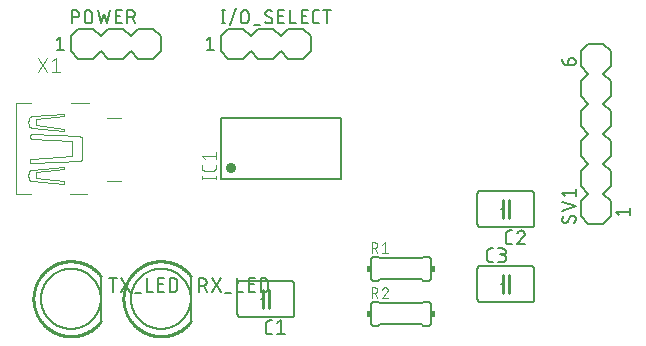
<source format=gbr>
G04 EAGLE Gerber RS-274X export*
G75*
%MOMM*%
%FSLAX34Y34*%
%LPD*%
%INSilkscreen Top*%
%IPPOS*%
%AMOC8*
5,1,8,0,0,1.08239X$1,22.5*%
G01*
%ADD10C,0.152400*%
%ADD11C,0.254000*%
%ADD12C,0.127000*%
%ADD13C,0.203200*%
%ADD14C,0.884400*%
%ADD15C,0.101600*%
%ADD16R,0.381000X0.508000*%


D10*
X250190Y48260D02*
X207010Y48260D01*
X207010Y78740D02*
X250190Y78740D01*
X204470Y76200D02*
X204470Y50800D01*
X252730Y50800D02*
X252730Y76200D01*
X207010Y48260D02*
X206910Y48262D01*
X206811Y48268D01*
X206711Y48278D01*
X206613Y48291D01*
X206514Y48309D01*
X206417Y48330D01*
X206321Y48355D01*
X206225Y48384D01*
X206131Y48417D01*
X206038Y48453D01*
X205947Y48493D01*
X205857Y48537D01*
X205769Y48584D01*
X205683Y48634D01*
X205599Y48688D01*
X205517Y48745D01*
X205438Y48805D01*
X205360Y48869D01*
X205286Y48935D01*
X205214Y49004D01*
X205145Y49076D01*
X205079Y49150D01*
X205015Y49228D01*
X204955Y49307D01*
X204898Y49389D01*
X204844Y49473D01*
X204794Y49559D01*
X204747Y49647D01*
X204703Y49737D01*
X204663Y49828D01*
X204627Y49921D01*
X204594Y50015D01*
X204565Y50111D01*
X204540Y50207D01*
X204519Y50304D01*
X204501Y50403D01*
X204488Y50501D01*
X204478Y50601D01*
X204472Y50700D01*
X204470Y50800D01*
X250190Y48260D02*
X250290Y48262D01*
X250389Y48268D01*
X250489Y48278D01*
X250587Y48291D01*
X250686Y48309D01*
X250783Y48330D01*
X250879Y48355D01*
X250975Y48384D01*
X251069Y48417D01*
X251162Y48453D01*
X251253Y48493D01*
X251343Y48537D01*
X251431Y48584D01*
X251517Y48634D01*
X251601Y48688D01*
X251683Y48745D01*
X251762Y48805D01*
X251840Y48869D01*
X251914Y48935D01*
X251986Y49004D01*
X252055Y49076D01*
X252121Y49150D01*
X252185Y49228D01*
X252245Y49307D01*
X252302Y49389D01*
X252356Y49473D01*
X252406Y49559D01*
X252453Y49647D01*
X252497Y49737D01*
X252537Y49828D01*
X252573Y49921D01*
X252606Y50015D01*
X252635Y50111D01*
X252660Y50207D01*
X252681Y50304D01*
X252699Y50403D01*
X252712Y50501D01*
X252722Y50601D01*
X252728Y50700D01*
X252730Y50800D01*
X207010Y78740D02*
X206910Y78738D01*
X206811Y78732D01*
X206711Y78722D01*
X206613Y78709D01*
X206514Y78691D01*
X206417Y78670D01*
X206321Y78645D01*
X206225Y78616D01*
X206131Y78583D01*
X206038Y78547D01*
X205947Y78507D01*
X205857Y78463D01*
X205769Y78416D01*
X205683Y78366D01*
X205599Y78312D01*
X205517Y78255D01*
X205438Y78195D01*
X205360Y78131D01*
X205286Y78065D01*
X205214Y77996D01*
X205145Y77924D01*
X205079Y77850D01*
X205015Y77772D01*
X204955Y77693D01*
X204898Y77611D01*
X204844Y77527D01*
X204794Y77441D01*
X204747Y77353D01*
X204703Y77263D01*
X204663Y77172D01*
X204627Y77079D01*
X204594Y76985D01*
X204565Y76889D01*
X204540Y76793D01*
X204519Y76696D01*
X204501Y76597D01*
X204488Y76499D01*
X204478Y76399D01*
X204472Y76300D01*
X204470Y76200D01*
X250190Y78740D02*
X250290Y78738D01*
X250389Y78732D01*
X250489Y78722D01*
X250587Y78709D01*
X250686Y78691D01*
X250783Y78670D01*
X250879Y78645D01*
X250975Y78616D01*
X251069Y78583D01*
X251162Y78547D01*
X251253Y78507D01*
X251343Y78463D01*
X251431Y78416D01*
X251517Y78366D01*
X251601Y78312D01*
X251683Y78255D01*
X251762Y78195D01*
X251840Y78131D01*
X251914Y78065D01*
X251986Y77996D01*
X252055Y77924D01*
X252121Y77850D01*
X252185Y77772D01*
X252245Y77693D01*
X252302Y77611D01*
X252356Y77527D01*
X252406Y77441D01*
X252453Y77353D01*
X252497Y77263D01*
X252537Y77172D01*
X252573Y77079D01*
X252606Y76985D01*
X252635Y76889D01*
X252660Y76793D01*
X252681Y76696D01*
X252699Y76597D01*
X252712Y76499D01*
X252722Y76399D01*
X252728Y76300D01*
X252730Y76200D01*
X226060Y63500D02*
X224790Y63500D01*
D11*
X226060Y63500D02*
X226060Y55880D01*
X226060Y63500D02*
X226060Y71120D01*
X231140Y63500D02*
X231140Y55880D01*
X231140Y63500D02*
X231140Y71120D01*
D10*
X231140Y63500D02*
X232410Y63500D01*
D12*
X233643Y33655D02*
X231103Y33655D01*
X231003Y33657D01*
X230904Y33663D01*
X230804Y33673D01*
X230706Y33686D01*
X230607Y33704D01*
X230510Y33725D01*
X230414Y33750D01*
X230318Y33779D01*
X230224Y33812D01*
X230131Y33848D01*
X230040Y33888D01*
X229950Y33932D01*
X229862Y33979D01*
X229776Y34029D01*
X229692Y34083D01*
X229610Y34140D01*
X229531Y34200D01*
X229453Y34264D01*
X229379Y34330D01*
X229307Y34399D01*
X229238Y34471D01*
X229172Y34545D01*
X229108Y34623D01*
X229048Y34702D01*
X228991Y34784D01*
X228937Y34868D01*
X228887Y34954D01*
X228840Y35042D01*
X228796Y35132D01*
X228756Y35223D01*
X228720Y35316D01*
X228687Y35410D01*
X228658Y35506D01*
X228633Y35602D01*
X228612Y35699D01*
X228594Y35798D01*
X228581Y35896D01*
X228571Y35996D01*
X228565Y36095D01*
X228563Y36195D01*
X228563Y42545D01*
X228565Y42645D01*
X228571Y42744D01*
X228581Y42844D01*
X228594Y42942D01*
X228612Y43041D01*
X228633Y43138D01*
X228658Y43234D01*
X228687Y43330D01*
X228720Y43424D01*
X228756Y43517D01*
X228796Y43608D01*
X228840Y43698D01*
X228887Y43786D01*
X228937Y43872D01*
X228991Y43956D01*
X229048Y44038D01*
X229108Y44117D01*
X229172Y44195D01*
X229238Y44269D01*
X229307Y44341D01*
X229379Y44410D01*
X229453Y44476D01*
X229531Y44540D01*
X229610Y44600D01*
X229692Y44657D01*
X229776Y44711D01*
X229862Y44761D01*
X229950Y44808D01*
X230040Y44852D01*
X230131Y44892D01*
X230224Y44928D01*
X230318Y44961D01*
X230414Y44990D01*
X230510Y45015D01*
X230607Y45036D01*
X230706Y45054D01*
X230804Y45067D01*
X230904Y45077D01*
X231003Y45083D01*
X231103Y45085D01*
X233643Y45085D01*
X238125Y42545D02*
X241300Y45085D01*
X241300Y33655D01*
X238125Y33655D02*
X244475Y33655D01*
D10*
X410210Y124460D02*
X453390Y124460D01*
X453390Y154940D02*
X410210Y154940D01*
X407670Y152400D02*
X407670Y127000D01*
X455930Y127000D02*
X455930Y152400D01*
X410210Y124460D02*
X410110Y124462D01*
X410011Y124468D01*
X409911Y124478D01*
X409813Y124491D01*
X409714Y124509D01*
X409617Y124530D01*
X409521Y124555D01*
X409425Y124584D01*
X409331Y124617D01*
X409238Y124653D01*
X409147Y124693D01*
X409057Y124737D01*
X408969Y124784D01*
X408883Y124834D01*
X408799Y124888D01*
X408717Y124945D01*
X408638Y125005D01*
X408560Y125069D01*
X408486Y125135D01*
X408414Y125204D01*
X408345Y125276D01*
X408279Y125350D01*
X408215Y125428D01*
X408155Y125507D01*
X408098Y125589D01*
X408044Y125673D01*
X407994Y125759D01*
X407947Y125847D01*
X407903Y125937D01*
X407863Y126028D01*
X407827Y126121D01*
X407794Y126215D01*
X407765Y126311D01*
X407740Y126407D01*
X407719Y126504D01*
X407701Y126603D01*
X407688Y126701D01*
X407678Y126801D01*
X407672Y126900D01*
X407670Y127000D01*
X453390Y124460D02*
X453490Y124462D01*
X453589Y124468D01*
X453689Y124478D01*
X453787Y124491D01*
X453886Y124509D01*
X453983Y124530D01*
X454079Y124555D01*
X454175Y124584D01*
X454269Y124617D01*
X454362Y124653D01*
X454453Y124693D01*
X454543Y124737D01*
X454631Y124784D01*
X454717Y124834D01*
X454801Y124888D01*
X454883Y124945D01*
X454962Y125005D01*
X455040Y125069D01*
X455114Y125135D01*
X455186Y125204D01*
X455255Y125276D01*
X455321Y125350D01*
X455385Y125428D01*
X455445Y125507D01*
X455502Y125589D01*
X455556Y125673D01*
X455606Y125759D01*
X455653Y125847D01*
X455697Y125937D01*
X455737Y126028D01*
X455773Y126121D01*
X455806Y126215D01*
X455835Y126311D01*
X455860Y126407D01*
X455881Y126504D01*
X455899Y126603D01*
X455912Y126701D01*
X455922Y126801D01*
X455928Y126900D01*
X455930Y127000D01*
X410210Y154940D02*
X410110Y154938D01*
X410011Y154932D01*
X409911Y154922D01*
X409813Y154909D01*
X409714Y154891D01*
X409617Y154870D01*
X409521Y154845D01*
X409425Y154816D01*
X409331Y154783D01*
X409238Y154747D01*
X409147Y154707D01*
X409057Y154663D01*
X408969Y154616D01*
X408883Y154566D01*
X408799Y154512D01*
X408717Y154455D01*
X408638Y154395D01*
X408560Y154331D01*
X408486Y154265D01*
X408414Y154196D01*
X408345Y154124D01*
X408279Y154050D01*
X408215Y153972D01*
X408155Y153893D01*
X408098Y153811D01*
X408044Y153727D01*
X407994Y153641D01*
X407947Y153553D01*
X407903Y153463D01*
X407863Y153372D01*
X407827Y153279D01*
X407794Y153185D01*
X407765Y153089D01*
X407740Y152993D01*
X407719Y152896D01*
X407701Y152797D01*
X407688Y152699D01*
X407678Y152599D01*
X407672Y152500D01*
X407670Y152400D01*
X453390Y154940D02*
X453490Y154938D01*
X453589Y154932D01*
X453689Y154922D01*
X453787Y154909D01*
X453886Y154891D01*
X453983Y154870D01*
X454079Y154845D01*
X454175Y154816D01*
X454269Y154783D01*
X454362Y154747D01*
X454453Y154707D01*
X454543Y154663D01*
X454631Y154616D01*
X454717Y154566D01*
X454801Y154512D01*
X454883Y154455D01*
X454962Y154395D01*
X455040Y154331D01*
X455114Y154265D01*
X455186Y154196D01*
X455255Y154124D01*
X455321Y154050D01*
X455385Y153972D01*
X455445Y153893D01*
X455502Y153811D01*
X455556Y153727D01*
X455606Y153641D01*
X455653Y153553D01*
X455697Y153463D01*
X455737Y153372D01*
X455773Y153279D01*
X455806Y153185D01*
X455835Y153089D01*
X455860Y152993D01*
X455881Y152896D01*
X455899Y152797D01*
X455912Y152699D01*
X455922Y152599D01*
X455928Y152500D01*
X455930Y152400D01*
X429260Y139700D02*
X427990Y139700D01*
D11*
X429260Y139700D02*
X429260Y132080D01*
X429260Y139700D02*
X429260Y147320D01*
X434340Y139700D02*
X434340Y132080D01*
X434340Y139700D02*
X434340Y147320D01*
D10*
X434340Y139700D02*
X435610Y139700D01*
D12*
X436843Y109855D02*
X434303Y109855D01*
X434203Y109857D01*
X434104Y109863D01*
X434004Y109873D01*
X433906Y109886D01*
X433807Y109904D01*
X433710Y109925D01*
X433614Y109950D01*
X433518Y109979D01*
X433424Y110012D01*
X433331Y110048D01*
X433240Y110088D01*
X433150Y110132D01*
X433062Y110179D01*
X432976Y110229D01*
X432892Y110283D01*
X432810Y110340D01*
X432731Y110400D01*
X432653Y110464D01*
X432579Y110530D01*
X432507Y110599D01*
X432438Y110671D01*
X432372Y110745D01*
X432308Y110823D01*
X432248Y110902D01*
X432191Y110984D01*
X432137Y111068D01*
X432087Y111154D01*
X432040Y111242D01*
X431996Y111332D01*
X431956Y111423D01*
X431920Y111516D01*
X431887Y111610D01*
X431858Y111706D01*
X431833Y111802D01*
X431812Y111899D01*
X431794Y111998D01*
X431781Y112096D01*
X431771Y112196D01*
X431765Y112295D01*
X431763Y112395D01*
X431763Y118745D01*
X431765Y118845D01*
X431771Y118944D01*
X431781Y119044D01*
X431794Y119142D01*
X431812Y119241D01*
X431833Y119338D01*
X431858Y119434D01*
X431887Y119530D01*
X431920Y119624D01*
X431956Y119717D01*
X431996Y119808D01*
X432040Y119898D01*
X432087Y119986D01*
X432137Y120072D01*
X432191Y120156D01*
X432248Y120238D01*
X432308Y120317D01*
X432372Y120395D01*
X432438Y120469D01*
X432507Y120541D01*
X432579Y120610D01*
X432653Y120676D01*
X432731Y120740D01*
X432810Y120800D01*
X432892Y120857D01*
X432976Y120911D01*
X433062Y120961D01*
X433150Y121008D01*
X433240Y121052D01*
X433331Y121092D01*
X433424Y121128D01*
X433518Y121161D01*
X433614Y121190D01*
X433710Y121215D01*
X433807Y121236D01*
X433906Y121254D01*
X434004Y121267D01*
X434104Y121277D01*
X434203Y121283D01*
X434303Y121285D01*
X436843Y121285D01*
X444818Y121286D02*
X444922Y121284D01*
X445027Y121278D01*
X445131Y121269D01*
X445234Y121256D01*
X445337Y121238D01*
X445439Y121218D01*
X445541Y121193D01*
X445641Y121165D01*
X445741Y121133D01*
X445839Y121097D01*
X445936Y121058D01*
X446031Y121016D01*
X446125Y120970D01*
X446217Y120920D01*
X446307Y120868D01*
X446395Y120812D01*
X446481Y120752D01*
X446565Y120690D01*
X446646Y120625D01*
X446725Y120557D01*
X446802Y120485D01*
X446875Y120412D01*
X446947Y120335D01*
X447015Y120256D01*
X447080Y120175D01*
X447142Y120091D01*
X447202Y120005D01*
X447258Y119917D01*
X447310Y119827D01*
X447360Y119735D01*
X447406Y119641D01*
X447448Y119546D01*
X447487Y119449D01*
X447523Y119351D01*
X447555Y119251D01*
X447583Y119151D01*
X447608Y119049D01*
X447628Y118947D01*
X447646Y118844D01*
X447659Y118741D01*
X447668Y118637D01*
X447674Y118532D01*
X447676Y118428D01*
X444818Y121285D02*
X444700Y121283D01*
X444581Y121277D01*
X444463Y121268D01*
X444346Y121255D01*
X444229Y121237D01*
X444112Y121217D01*
X443996Y121192D01*
X443881Y121164D01*
X443768Y121131D01*
X443655Y121096D01*
X443543Y121056D01*
X443433Y121014D01*
X443324Y120967D01*
X443216Y120917D01*
X443111Y120864D01*
X443007Y120807D01*
X442905Y120747D01*
X442805Y120684D01*
X442707Y120617D01*
X442611Y120548D01*
X442518Y120475D01*
X442427Y120399D01*
X442338Y120321D01*
X442252Y120239D01*
X442169Y120155D01*
X442088Y120069D01*
X442011Y119979D01*
X441936Y119888D01*
X441864Y119794D01*
X441795Y119697D01*
X441730Y119599D01*
X441667Y119498D01*
X441608Y119395D01*
X441552Y119291D01*
X441500Y119185D01*
X441451Y119077D01*
X441406Y118968D01*
X441364Y118857D01*
X441326Y118745D01*
X446723Y116206D02*
X446799Y116281D01*
X446874Y116360D01*
X446945Y116441D01*
X447014Y116525D01*
X447079Y116611D01*
X447141Y116699D01*
X447201Y116789D01*
X447257Y116881D01*
X447310Y116976D01*
X447359Y117072D01*
X447405Y117170D01*
X447448Y117269D01*
X447487Y117370D01*
X447522Y117472D01*
X447554Y117575D01*
X447582Y117679D01*
X447607Y117784D01*
X447628Y117891D01*
X447645Y117997D01*
X447658Y118104D01*
X447667Y118212D01*
X447673Y118320D01*
X447675Y118428D01*
X446723Y116205D02*
X441325Y109855D01*
X447675Y109855D01*
D10*
X453390Y91440D02*
X410210Y91440D01*
X410210Y60960D02*
X453390Y60960D01*
X455930Y63500D02*
X455930Y88900D01*
X407670Y88900D02*
X407670Y63500D01*
X453390Y91440D02*
X453490Y91438D01*
X453589Y91432D01*
X453689Y91422D01*
X453787Y91409D01*
X453886Y91391D01*
X453983Y91370D01*
X454079Y91345D01*
X454175Y91316D01*
X454269Y91283D01*
X454362Y91247D01*
X454453Y91207D01*
X454543Y91163D01*
X454631Y91116D01*
X454717Y91066D01*
X454801Y91012D01*
X454883Y90955D01*
X454962Y90895D01*
X455040Y90831D01*
X455114Y90765D01*
X455186Y90696D01*
X455255Y90624D01*
X455321Y90550D01*
X455385Y90472D01*
X455445Y90393D01*
X455502Y90311D01*
X455556Y90227D01*
X455606Y90141D01*
X455653Y90053D01*
X455697Y89963D01*
X455737Y89872D01*
X455773Y89779D01*
X455806Y89685D01*
X455835Y89589D01*
X455860Y89493D01*
X455881Y89396D01*
X455899Y89297D01*
X455912Y89199D01*
X455922Y89099D01*
X455928Y89000D01*
X455930Y88900D01*
X410210Y91440D02*
X410110Y91438D01*
X410011Y91432D01*
X409911Y91422D01*
X409813Y91409D01*
X409714Y91391D01*
X409617Y91370D01*
X409521Y91345D01*
X409425Y91316D01*
X409331Y91283D01*
X409238Y91247D01*
X409147Y91207D01*
X409057Y91163D01*
X408969Y91116D01*
X408883Y91066D01*
X408799Y91012D01*
X408717Y90955D01*
X408638Y90895D01*
X408560Y90831D01*
X408486Y90765D01*
X408414Y90696D01*
X408345Y90624D01*
X408279Y90550D01*
X408215Y90472D01*
X408155Y90393D01*
X408098Y90311D01*
X408044Y90227D01*
X407994Y90141D01*
X407947Y90053D01*
X407903Y89963D01*
X407863Y89872D01*
X407827Y89779D01*
X407794Y89685D01*
X407765Y89589D01*
X407740Y89493D01*
X407719Y89396D01*
X407701Y89297D01*
X407688Y89199D01*
X407678Y89099D01*
X407672Y89000D01*
X407670Y88900D01*
X453390Y60960D02*
X453490Y60962D01*
X453589Y60968D01*
X453689Y60978D01*
X453787Y60991D01*
X453886Y61009D01*
X453983Y61030D01*
X454079Y61055D01*
X454175Y61084D01*
X454269Y61117D01*
X454362Y61153D01*
X454453Y61193D01*
X454543Y61237D01*
X454631Y61284D01*
X454717Y61334D01*
X454801Y61388D01*
X454883Y61445D01*
X454962Y61505D01*
X455040Y61569D01*
X455114Y61635D01*
X455186Y61704D01*
X455255Y61776D01*
X455321Y61850D01*
X455385Y61928D01*
X455445Y62007D01*
X455502Y62089D01*
X455556Y62173D01*
X455606Y62259D01*
X455653Y62347D01*
X455697Y62437D01*
X455737Y62528D01*
X455773Y62621D01*
X455806Y62715D01*
X455835Y62811D01*
X455860Y62907D01*
X455881Y63004D01*
X455899Y63103D01*
X455912Y63201D01*
X455922Y63301D01*
X455928Y63400D01*
X455930Y63500D01*
X410210Y60960D02*
X410110Y60962D01*
X410011Y60968D01*
X409911Y60978D01*
X409813Y60991D01*
X409714Y61009D01*
X409617Y61030D01*
X409521Y61055D01*
X409425Y61084D01*
X409331Y61117D01*
X409238Y61153D01*
X409147Y61193D01*
X409057Y61237D01*
X408969Y61284D01*
X408883Y61334D01*
X408799Y61388D01*
X408717Y61445D01*
X408638Y61505D01*
X408560Y61569D01*
X408486Y61635D01*
X408414Y61704D01*
X408345Y61776D01*
X408279Y61850D01*
X408215Y61928D01*
X408155Y62007D01*
X408098Y62089D01*
X408044Y62173D01*
X407994Y62259D01*
X407947Y62347D01*
X407903Y62437D01*
X407863Y62528D01*
X407827Y62621D01*
X407794Y62715D01*
X407765Y62811D01*
X407740Y62907D01*
X407719Y63004D01*
X407701Y63103D01*
X407688Y63201D01*
X407678Y63301D01*
X407672Y63400D01*
X407670Y63500D01*
X434340Y76200D02*
X435610Y76200D01*
D11*
X434340Y76200D02*
X434340Y83820D01*
X434340Y76200D02*
X434340Y68580D01*
X429260Y76200D02*
X429260Y83820D01*
X429260Y76200D02*
X429260Y68580D01*
D10*
X429260Y76200D02*
X427990Y76200D01*
D12*
X421005Y94615D02*
X418465Y94615D01*
X418365Y94617D01*
X418266Y94623D01*
X418166Y94633D01*
X418068Y94646D01*
X417969Y94664D01*
X417872Y94685D01*
X417776Y94710D01*
X417680Y94739D01*
X417586Y94772D01*
X417493Y94808D01*
X417402Y94848D01*
X417312Y94892D01*
X417224Y94939D01*
X417138Y94989D01*
X417054Y95043D01*
X416972Y95100D01*
X416893Y95160D01*
X416815Y95224D01*
X416741Y95290D01*
X416669Y95359D01*
X416600Y95431D01*
X416534Y95505D01*
X416470Y95583D01*
X416410Y95662D01*
X416353Y95744D01*
X416299Y95828D01*
X416249Y95914D01*
X416202Y96002D01*
X416158Y96092D01*
X416118Y96183D01*
X416082Y96276D01*
X416049Y96370D01*
X416020Y96466D01*
X415995Y96562D01*
X415974Y96659D01*
X415956Y96758D01*
X415943Y96856D01*
X415933Y96956D01*
X415927Y97055D01*
X415925Y97155D01*
X415925Y103505D01*
X415927Y103605D01*
X415933Y103704D01*
X415943Y103804D01*
X415956Y103902D01*
X415974Y104001D01*
X415995Y104098D01*
X416020Y104194D01*
X416049Y104290D01*
X416082Y104384D01*
X416118Y104477D01*
X416158Y104568D01*
X416202Y104658D01*
X416249Y104746D01*
X416299Y104832D01*
X416353Y104916D01*
X416410Y104998D01*
X416470Y105077D01*
X416534Y105155D01*
X416600Y105229D01*
X416669Y105301D01*
X416741Y105370D01*
X416815Y105436D01*
X416893Y105500D01*
X416972Y105560D01*
X417054Y105617D01*
X417138Y105671D01*
X417224Y105721D01*
X417312Y105768D01*
X417402Y105812D01*
X417493Y105852D01*
X417586Y105888D01*
X417680Y105921D01*
X417776Y105950D01*
X417872Y105975D01*
X417969Y105996D01*
X418068Y106014D01*
X418166Y106027D01*
X418266Y106037D01*
X418365Y106043D01*
X418465Y106045D01*
X421005Y106045D01*
X425487Y94615D02*
X428662Y94615D01*
X428773Y94617D01*
X428883Y94623D01*
X428994Y94632D01*
X429104Y94646D01*
X429213Y94663D01*
X429322Y94684D01*
X429430Y94709D01*
X429537Y94738D01*
X429643Y94770D01*
X429748Y94806D01*
X429851Y94846D01*
X429953Y94889D01*
X430054Y94936D01*
X430153Y94987D01*
X430250Y95040D01*
X430344Y95097D01*
X430437Y95158D01*
X430528Y95221D01*
X430617Y95288D01*
X430703Y95358D01*
X430786Y95431D01*
X430868Y95506D01*
X430946Y95584D01*
X431021Y95666D01*
X431094Y95749D01*
X431164Y95835D01*
X431231Y95924D01*
X431294Y96015D01*
X431355Y96108D01*
X431412Y96202D01*
X431465Y96299D01*
X431516Y96398D01*
X431563Y96499D01*
X431606Y96601D01*
X431646Y96704D01*
X431682Y96809D01*
X431714Y96915D01*
X431743Y97022D01*
X431768Y97130D01*
X431789Y97239D01*
X431806Y97348D01*
X431820Y97458D01*
X431829Y97569D01*
X431835Y97679D01*
X431837Y97790D01*
X431835Y97901D01*
X431829Y98011D01*
X431820Y98122D01*
X431806Y98232D01*
X431789Y98341D01*
X431768Y98450D01*
X431743Y98558D01*
X431714Y98665D01*
X431682Y98771D01*
X431646Y98876D01*
X431606Y98979D01*
X431563Y99081D01*
X431516Y99182D01*
X431465Y99281D01*
X431412Y99377D01*
X431355Y99472D01*
X431294Y99565D01*
X431231Y99656D01*
X431164Y99745D01*
X431094Y99831D01*
X431021Y99914D01*
X430946Y99996D01*
X430868Y100074D01*
X430786Y100149D01*
X430703Y100222D01*
X430617Y100292D01*
X430528Y100359D01*
X430437Y100422D01*
X430344Y100483D01*
X430250Y100540D01*
X430153Y100593D01*
X430054Y100644D01*
X429953Y100691D01*
X429851Y100734D01*
X429748Y100774D01*
X429643Y100810D01*
X429537Y100842D01*
X429430Y100871D01*
X429322Y100896D01*
X429213Y100917D01*
X429104Y100934D01*
X428994Y100948D01*
X428883Y100957D01*
X428773Y100963D01*
X428662Y100965D01*
X429297Y106045D02*
X425487Y106045D01*
X429297Y106045D02*
X429397Y106043D01*
X429496Y106037D01*
X429596Y106027D01*
X429694Y106014D01*
X429793Y105996D01*
X429890Y105975D01*
X429986Y105950D01*
X430082Y105921D01*
X430176Y105888D01*
X430269Y105852D01*
X430360Y105812D01*
X430450Y105768D01*
X430538Y105721D01*
X430624Y105671D01*
X430708Y105617D01*
X430790Y105560D01*
X430869Y105500D01*
X430947Y105436D01*
X431021Y105370D01*
X431093Y105301D01*
X431162Y105229D01*
X431228Y105155D01*
X431292Y105077D01*
X431352Y104998D01*
X431409Y104916D01*
X431463Y104832D01*
X431513Y104746D01*
X431560Y104658D01*
X431604Y104568D01*
X431644Y104477D01*
X431680Y104384D01*
X431713Y104290D01*
X431742Y104194D01*
X431767Y104098D01*
X431788Y104001D01*
X431806Y103902D01*
X431819Y103804D01*
X431829Y103704D01*
X431835Y103605D01*
X431837Y103505D01*
X431835Y103405D01*
X431829Y103306D01*
X431819Y103206D01*
X431806Y103108D01*
X431788Y103009D01*
X431767Y102912D01*
X431742Y102816D01*
X431713Y102720D01*
X431680Y102626D01*
X431644Y102533D01*
X431604Y102442D01*
X431560Y102352D01*
X431513Y102264D01*
X431463Y102178D01*
X431409Y102094D01*
X431352Y102012D01*
X431292Y101933D01*
X431228Y101855D01*
X431162Y101781D01*
X431093Y101709D01*
X431021Y101640D01*
X430947Y101574D01*
X430869Y101510D01*
X430790Y101450D01*
X430708Y101393D01*
X430624Y101339D01*
X430538Y101289D01*
X430450Y101242D01*
X430360Y101198D01*
X430269Y101158D01*
X430176Y101122D01*
X430082Y101089D01*
X429986Y101060D01*
X429890Y101035D01*
X429793Y101014D01*
X429694Y100996D01*
X429596Y100983D01*
X429496Y100973D01*
X429397Y100967D01*
X429297Y100965D01*
X426757Y100965D01*
D10*
X209550Y292100D02*
X196850Y292100D01*
X209550Y292100D02*
X215900Y285750D01*
X215900Y273050D02*
X209550Y266700D01*
X215900Y285750D02*
X222250Y292100D01*
X234950Y292100D01*
X241300Y285750D01*
X241300Y273050D02*
X234950Y266700D01*
X222250Y266700D01*
X215900Y273050D01*
X190500Y273050D02*
X190500Y285750D01*
X196850Y292100D01*
X190500Y273050D02*
X196850Y266700D01*
X209550Y266700D01*
X241300Y285750D02*
X247650Y292100D01*
X260350Y292100D01*
X266700Y285750D01*
X266700Y273050D02*
X260350Y266700D01*
X247650Y266700D01*
X241300Y273050D01*
X266700Y273050D02*
X266700Y285750D01*
D12*
X181610Y285115D02*
X178435Y282575D01*
X181610Y285115D02*
X181610Y273685D01*
X178435Y273685D02*
X184785Y273685D01*
X192405Y296545D02*
X192405Y307975D01*
X191135Y296545D02*
X193675Y296545D01*
X193675Y307975D02*
X191135Y307975D01*
X202946Y309245D02*
X197866Y295275D01*
X207518Y299720D02*
X207518Y304800D01*
X207520Y304911D01*
X207526Y305021D01*
X207535Y305132D01*
X207549Y305242D01*
X207566Y305351D01*
X207587Y305460D01*
X207612Y305568D01*
X207641Y305675D01*
X207673Y305781D01*
X207709Y305886D01*
X207749Y305989D01*
X207792Y306091D01*
X207839Y306192D01*
X207890Y306291D01*
X207943Y306388D01*
X208000Y306482D01*
X208061Y306575D01*
X208124Y306666D01*
X208191Y306755D01*
X208261Y306841D01*
X208334Y306924D01*
X208409Y307006D01*
X208487Y307084D01*
X208569Y307159D01*
X208652Y307232D01*
X208738Y307302D01*
X208827Y307369D01*
X208918Y307432D01*
X209011Y307493D01*
X209106Y307550D01*
X209202Y307603D01*
X209301Y307654D01*
X209402Y307701D01*
X209504Y307744D01*
X209607Y307784D01*
X209712Y307820D01*
X209818Y307852D01*
X209925Y307881D01*
X210033Y307906D01*
X210142Y307927D01*
X210251Y307944D01*
X210361Y307958D01*
X210472Y307967D01*
X210582Y307973D01*
X210693Y307975D01*
X210804Y307973D01*
X210914Y307967D01*
X211025Y307958D01*
X211135Y307944D01*
X211244Y307927D01*
X211353Y307906D01*
X211461Y307881D01*
X211568Y307852D01*
X211674Y307820D01*
X211779Y307784D01*
X211882Y307744D01*
X211984Y307701D01*
X212085Y307654D01*
X212184Y307603D01*
X212281Y307550D01*
X212375Y307493D01*
X212468Y307432D01*
X212559Y307369D01*
X212648Y307302D01*
X212734Y307232D01*
X212817Y307159D01*
X212899Y307084D01*
X212977Y307006D01*
X213052Y306924D01*
X213125Y306841D01*
X213195Y306755D01*
X213262Y306666D01*
X213325Y306575D01*
X213386Y306482D01*
X213443Y306388D01*
X213496Y306291D01*
X213547Y306192D01*
X213594Y306091D01*
X213637Y305989D01*
X213677Y305886D01*
X213713Y305781D01*
X213745Y305675D01*
X213774Y305568D01*
X213799Y305460D01*
X213820Y305351D01*
X213837Y305242D01*
X213851Y305132D01*
X213860Y305021D01*
X213866Y304911D01*
X213868Y304800D01*
X213868Y299720D01*
X213866Y299609D01*
X213860Y299499D01*
X213851Y299388D01*
X213837Y299278D01*
X213820Y299169D01*
X213799Y299060D01*
X213774Y298952D01*
X213745Y298845D01*
X213713Y298739D01*
X213677Y298634D01*
X213637Y298531D01*
X213594Y298429D01*
X213547Y298328D01*
X213496Y298229D01*
X213443Y298132D01*
X213386Y298038D01*
X213325Y297945D01*
X213262Y297854D01*
X213195Y297765D01*
X213125Y297679D01*
X213052Y297596D01*
X212977Y297514D01*
X212899Y297436D01*
X212817Y297361D01*
X212734Y297288D01*
X212648Y297218D01*
X212559Y297151D01*
X212468Y297088D01*
X212375Y297027D01*
X212280Y296970D01*
X212184Y296917D01*
X212085Y296866D01*
X211984Y296819D01*
X211882Y296776D01*
X211779Y296736D01*
X211674Y296700D01*
X211568Y296668D01*
X211461Y296639D01*
X211353Y296614D01*
X211244Y296593D01*
X211135Y296576D01*
X211025Y296562D01*
X210914Y296553D01*
X210804Y296547D01*
X210693Y296545D01*
X210582Y296547D01*
X210472Y296553D01*
X210361Y296562D01*
X210251Y296576D01*
X210142Y296593D01*
X210033Y296614D01*
X209925Y296639D01*
X209818Y296668D01*
X209712Y296700D01*
X209607Y296736D01*
X209504Y296776D01*
X209402Y296819D01*
X209301Y296866D01*
X209202Y296917D01*
X209106Y296970D01*
X209011Y297027D01*
X208918Y297088D01*
X208827Y297151D01*
X208738Y297218D01*
X208652Y297288D01*
X208569Y297361D01*
X208487Y297436D01*
X208409Y297514D01*
X208334Y297596D01*
X208261Y297679D01*
X208191Y297765D01*
X208124Y297854D01*
X208061Y297945D01*
X208000Y298038D01*
X207943Y298133D01*
X207890Y298229D01*
X207839Y298328D01*
X207792Y298429D01*
X207749Y298531D01*
X207709Y298634D01*
X207673Y298739D01*
X207641Y298845D01*
X207612Y298952D01*
X207587Y299060D01*
X207566Y299169D01*
X207549Y299278D01*
X207535Y299388D01*
X207526Y299499D01*
X207520Y299609D01*
X207518Y299720D01*
X218440Y295275D02*
X223520Y295275D01*
X231521Y296545D02*
X231621Y296547D01*
X231720Y296553D01*
X231820Y296563D01*
X231918Y296576D01*
X232017Y296594D01*
X232114Y296615D01*
X232210Y296640D01*
X232306Y296669D01*
X232400Y296702D01*
X232493Y296738D01*
X232584Y296778D01*
X232674Y296822D01*
X232762Y296869D01*
X232848Y296919D01*
X232932Y296973D01*
X233014Y297030D01*
X233093Y297090D01*
X233171Y297154D01*
X233245Y297220D01*
X233317Y297289D01*
X233386Y297361D01*
X233452Y297435D01*
X233516Y297513D01*
X233576Y297592D01*
X233633Y297674D01*
X233687Y297758D01*
X233737Y297844D01*
X233784Y297932D01*
X233828Y298022D01*
X233868Y298113D01*
X233904Y298206D01*
X233937Y298300D01*
X233966Y298396D01*
X233991Y298492D01*
X234012Y298589D01*
X234030Y298688D01*
X234043Y298786D01*
X234053Y298886D01*
X234059Y298985D01*
X234061Y299085D01*
X231521Y296545D02*
X231380Y296547D01*
X231239Y296552D01*
X231098Y296562D01*
X230957Y296575D01*
X230817Y296591D01*
X230677Y296612D01*
X230538Y296636D01*
X230399Y296664D01*
X230262Y296695D01*
X230125Y296730D01*
X229989Y296768D01*
X229854Y296810D01*
X229721Y296856D01*
X229588Y296905D01*
X229457Y296958D01*
X229328Y297014D01*
X229199Y297073D01*
X229073Y297136D01*
X228948Y297202D01*
X228825Y297271D01*
X228704Y297344D01*
X228585Y297420D01*
X228467Y297499D01*
X228352Y297580D01*
X228240Y297665D01*
X228129Y297753D01*
X228021Y297844D01*
X227915Y297937D01*
X227812Y298034D01*
X227711Y298133D01*
X228029Y305435D02*
X228031Y305535D01*
X228037Y305634D01*
X228047Y305734D01*
X228060Y305832D01*
X228078Y305931D01*
X228099Y306028D01*
X228124Y306124D01*
X228153Y306220D01*
X228186Y306314D01*
X228222Y306407D01*
X228262Y306498D01*
X228306Y306588D01*
X228353Y306676D01*
X228403Y306762D01*
X228457Y306846D01*
X228514Y306928D01*
X228574Y307007D01*
X228638Y307085D01*
X228704Y307159D01*
X228773Y307231D01*
X228845Y307300D01*
X228919Y307366D01*
X228997Y307430D01*
X229076Y307490D01*
X229158Y307547D01*
X229242Y307601D01*
X229328Y307651D01*
X229416Y307698D01*
X229506Y307742D01*
X229597Y307782D01*
X229690Y307818D01*
X229784Y307851D01*
X229880Y307880D01*
X229976Y307905D01*
X230073Y307926D01*
X230172Y307944D01*
X230270Y307957D01*
X230370Y307967D01*
X230469Y307973D01*
X230569Y307975D01*
X230569Y307976D02*
X230702Y307974D01*
X230835Y307969D01*
X230968Y307959D01*
X231101Y307946D01*
X231233Y307929D01*
X231365Y307909D01*
X231496Y307885D01*
X231626Y307857D01*
X231756Y307826D01*
X231884Y307791D01*
X232012Y307752D01*
X232138Y307710D01*
X232263Y307664D01*
X232387Y307615D01*
X232510Y307563D01*
X232631Y307507D01*
X232750Y307447D01*
X232868Y307385D01*
X232983Y307319D01*
X233097Y307250D01*
X233209Y307177D01*
X233319Y307102D01*
X233427Y307023D01*
X229298Y303212D02*
X229214Y303264D01*
X229131Y303319D01*
X229051Y303378D01*
X228973Y303439D01*
X228898Y303503D01*
X228825Y303571D01*
X228754Y303641D01*
X228687Y303713D01*
X228622Y303788D01*
X228560Y303866D01*
X228501Y303946D01*
X228445Y304028D01*
X228393Y304112D01*
X228344Y304198D01*
X228298Y304286D01*
X228255Y304376D01*
X228216Y304467D01*
X228181Y304560D01*
X228149Y304654D01*
X228121Y304749D01*
X228096Y304845D01*
X228076Y304942D01*
X228058Y305040D01*
X228045Y305138D01*
X228036Y305237D01*
X228030Y305336D01*
X228028Y305435D01*
X232791Y301308D02*
X232875Y301256D01*
X232958Y301201D01*
X233038Y301142D01*
X233116Y301081D01*
X233191Y301017D01*
X233264Y300949D01*
X233335Y300879D01*
X233402Y300807D01*
X233467Y300732D01*
X233529Y300654D01*
X233588Y300574D01*
X233644Y300492D01*
X233696Y300408D01*
X233745Y300322D01*
X233791Y300234D01*
X233834Y300144D01*
X233873Y300053D01*
X233908Y299960D01*
X233940Y299866D01*
X233968Y299771D01*
X233993Y299675D01*
X234013Y299578D01*
X234031Y299480D01*
X234044Y299382D01*
X234053Y299283D01*
X234059Y299184D01*
X234061Y299085D01*
X232791Y301308D02*
X229299Y303213D01*
X239166Y296545D02*
X244246Y296545D01*
X239166Y296545D02*
X239166Y307975D01*
X244246Y307975D01*
X242976Y302895D02*
X239166Y302895D01*
X249072Y307975D02*
X249072Y296545D01*
X254152Y296545D01*
X258978Y296545D02*
X264058Y296545D01*
X258978Y296545D02*
X258978Y307975D01*
X264058Y307975D01*
X262788Y302895D02*
X258978Y302895D01*
X270981Y296545D02*
X273521Y296545D01*
X270981Y296545D02*
X270881Y296547D01*
X270782Y296553D01*
X270682Y296563D01*
X270584Y296576D01*
X270485Y296594D01*
X270388Y296615D01*
X270292Y296640D01*
X270196Y296669D01*
X270102Y296702D01*
X270009Y296738D01*
X269918Y296778D01*
X269828Y296822D01*
X269740Y296869D01*
X269654Y296919D01*
X269570Y296973D01*
X269488Y297030D01*
X269409Y297090D01*
X269331Y297154D01*
X269257Y297220D01*
X269185Y297289D01*
X269116Y297361D01*
X269050Y297435D01*
X268986Y297513D01*
X268926Y297592D01*
X268869Y297674D01*
X268815Y297758D01*
X268765Y297844D01*
X268718Y297932D01*
X268674Y298022D01*
X268634Y298113D01*
X268598Y298206D01*
X268565Y298300D01*
X268536Y298396D01*
X268511Y298492D01*
X268490Y298589D01*
X268472Y298688D01*
X268459Y298786D01*
X268449Y298886D01*
X268443Y298985D01*
X268441Y299085D01*
X268441Y305435D01*
X268443Y305535D01*
X268449Y305634D01*
X268459Y305734D01*
X268472Y305832D01*
X268490Y305931D01*
X268511Y306028D01*
X268536Y306124D01*
X268565Y306220D01*
X268598Y306314D01*
X268634Y306407D01*
X268674Y306498D01*
X268718Y306588D01*
X268765Y306676D01*
X268815Y306762D01*
X268869Y306846D01*
X268926Y306928D01*
X268986Y307007D01*
X269050Y307085D01*
X269116Y307159D01*
X269185Y307231D01*
X269257Y307300D01*
X269331Y307366D01*
X269409Y307430D01*
X269488Y307490D01*
X269570Y307547D01*
X269654Y307601D01*
X269740Y307651D01*
X269828Y307698D01*
X269918Y307742D01*
X270009Y307782D01*
X270102Y307818D01*
X270196Y307851D01*
X270292Y307880D01*
X270388Y307905D01*
X270485Y307926D01*
X270584Y307944D01*
X270682Y307957D01*
X270782Y307967D01*
X270881Y307973D01*
X270981Y307975D01*
X273521Y307975D01*
X280416Y307975D02*
X280416Y296545D01*
X277241Y307975D02*
X283591Y307975D01*
D13*
X292300Y164500D02*
X190300Y164500D01*
X292300Y164500D02*
X292300Y216500D01*
X190300Y216500D01*
X190300Y164500D01*
D14*
X199300Y174250D03*
D15*
X186032Y166007D02*
X174348Y166007D01*
X186032Y164709D02*
X186032Y167305D01*
X174348Y167305D02*
X174348Y164709D01*
X186032Y174469D02*
X186032Y177065D01*
X186032Y174469D02*
X186030Y174370D01*
X186024Y174270D01*
X186015Y174171D01*
X186002Y174073D01*
X185985Y173975D01*
X185964Y173877D01*
X185939Y173781D01*
X185911Y173686D01*
X185879Y173592D01*
X185844Y173499D01*
X185805Y173407D01*
X185762Y173317D01*
X185717Y173229D01*
X185667Y173142D01*
X185615Y173058D01*
X185559Y172975D01*
X185501Y172895D01*
X185439Y172817D01*
X185374Y172742D01*
X185306Y172669D01*
X185236Y172599D01*
X185163Y172531D01*
X185088Y172466D01*
X185010Y172404D01*
X184930Y172346D01*
X184847Y172290D01*
X184763Y172238D01*
X184676Y172188D01*
X184588Y172143D01*
X184498Y172100D01*
X184406Y172061D01*
X184313Y172026D01*
X184219Y171994D01*
X184124Y171966D01*
X184028Y171941D01*
X183930Y171920D01*
X183832Y171903D01*
X183734Y171890D01*
X183635Y171881D01*
X183535Y171875D01*
X183436Y171873D01*
X183436Y171872D02*
X176944Y171872D01*
X176845Y171874D01*
X176745Y171880D01*
X176646Y171889D01*
X176548Y171902D01*
X176450Y171920D01*
X176352Y171940D01*
X176256Y171965D01*
X176160Y171993D01*
X176066Y172025D01*
X175973Y172060D01*
X175882Y172099D01*
X175792Y172142D01*
X175703Y172187D01*
X175617Y172237D01*
X175532Y172289D01*
X175450Y172345D01*
X175370Y172404D01*
X175292Y172465D01*
X175216Y172530D01*
X175143Y172598D01*
X175073Y172668D01*
X175005Y172741D01*
X174940Y172817D01*
X174879Y172895D01*
X174820Y172975D01*
X174764Y173057D01*
X174712Y173142D01*
X174663Y173228D01*
X174617Y173317D01*
X174574Y173407D01*
X174535Y173498D01*
X174500Y173591D01*
X174468Y173685D01*
X174440Y173781D01*
X174415Y173877D01*
X174395Y173975D01*
X174377Y174073D01*
X174364Y174171D01*
X174355Y174270D01*
X174349Y174369D01*
X174347Y174469D01*
X174348Y174469D02*
X174348Y177065D01*
X176944Y181431D02*
X174348Y184676D01*
X186032Y184676D01*
X186032Y181431D02*
X186032Y187922D01*
D10*
X82550Y292100D02*
X69850Y292100D01*
X82550Y292100D02*
X88900Y285750D01*
X88900Y273050D02*
X82550Y266700D01*
X88900Y285750D02*
X95250Y292100D01*
X107950Y292100D01*
X114300Y285750D01*
X114300Y273050D02*
X107950Y266700D01*
X95250Y266700D01*
X88900Y273050D01*
X63500Y273050D02*
X63500Y285750D01*
X69850Y292100D01*
X63500Y273050D02*
X69850Y266700D01*
X82550Y266700D01*
X114300Y285750D02*
X120650Y292100D01*
X133350Y292100D01*
X139700Y285750D01*
X139700Y273050D02*
X133350Y266700D01*
X120650Y266700D01*
X114300Y273050D01*
X139700Y273050D02*
X139700Y285750D01*
D12*
X54610Y285115D02*
X51435Y282575D01*
X54610Y285115D02*
X54610Y273685D01*
X51435Y273685D02*
X57785Y273685D01*
X64135Y296545D02*
X64135Y307975D01*
X67310Y307975D01*
X67421Y307973D01*
X67531Y307967D01*
X67642Y307958D01*
X67752Y307944D01*
X67861Y307927D01*
X67970Y307906D01*
X68078Y307881D01*
X68185Y307852D01*
X68291Y307820D01*
X68396Y307784D01*
X68499Y307744D01*
X68601Y307701D01*
X68702Y307654D01*
X68801Y307603D01*
X68898Y307550D01*
X68992Y307493D01*
X69085Y307432D01*
X69176Y307369D01*
X69265Y307302D01*
X69351Y307232D01*
X69434Y307159D01*
X69516Y307084D01*
X69594Y307006D01*
X69669Y306924D01*
X69742Y306841D01*
X69812Y306755D01*
X69879Y306666D01*
X69942Y306575D01*
X70003Y306482D01*
X70060Y306387D01*
X70113Y306291D01*
X70164Y306192D01*
X70211Y306091D01*
X70254Y305989D01*
X70294Y305886D01*
X70330Y305781D01*
X70362Y305675D01*
X70391Y305568D01*
X70416Y305460D01*
X70437Y305351D01*
X70454Y305242D01*
X70468Y305132D01*
X70477Y305021D01*
X70483Y304911D01*
X70485Y304800D01*
X70483Y304689D01*
X70477Y304579D01*
X70468Y304468D01*
X70454Y304358D01*
X70437Y304249D01*
X70416Y304140D01*
X70391Y304032D01*
X70362Y303925D01*
X70330Y303819D01*
X70294Y303714D01*
X70254Y303611D01*
X70211Y303509D01*
X70164Y303408D01*
X70113Y303309D01*
X70060Y303212D01*
X70003Y303118D01*
X69942Y303025D01*
X69879Y302934D01*
X69812Y302845D01*
X69742Y302759D01*
X69669Y302676D01*
X69594Y302594D01*
X69516Y302516D01*
X69434Y302441D01*
X69351Y302368D01*
X69265Y302298D01*
X69176Y302231D01*
X69085Y302168D01*
X68992Y302107D01*
X68897Y302050D01*
X68801Y301997D01*
X68702Y301946D01*
X68601Y301899D01*
X68499Y301856D01*
X68396Y301816D01*
X68291Y301780D01*
X68185Y301748D01*
X68078Y301719D01*
X67970Y301694D01*
X67861Y301673D01*
X67752Y301656D01*
X67642Y301642D01*
X67531Y301633D01*
X67421Y301627D01*
X67310Y301625D01*
X64135Y301625D01*
X74994Y299720D02*
X74994Y304800D01*
X74996Y304911D01*
X75002Y305021D01*
X75011Y305132D01*
X75025Y305242D01*
X75042Y305351D01*
X75063Y305460D01*
X75088Y305568D01*
X75117Y305675D01*
X75149Y305781D01*
X75185Y305886D01*
X75225Y305989D01*
X75268Y306091D01*
X75315Y306192D01*
X75366Y306291D01*
X75419Y306388D01*
X75476Y306482D01*
X75537Y306575D01*
X75600Y306666D01*
X75667Y306755D01*
X75737Y306841D01*
X75810Y306924D01*
X75885Y307006D01*
X75963Y307084D01*
X76045Y307159D01*
X76128Y307232D01*
X76214Y307302D01*
X76303Y307369D01*
X76394Y307432D01*
X76487Y307493D01*
X76582Y307550D01*
X76678Y307603D01*
X76777Y307654D01*
X76878Y307701D01*
X76980Y307744D01*
X77083Y307784D01*
X77188Y307820D01*
X77294Y307852D01*
X77401Y307881D01*
X77509Y307906D01*
X77618Y307927D01*
X77727Y307944D01*
X77837Y307958D01*
X77948Y307967D01*
X78058Y307973D01*
X78169Y307975D01*
X78280Y307973D01*
X78390Y307967D01*
X78501Y307958D01*
X78611Y307944D01*
X78720Y307927D01*
X78829Y307906D01*
X78937Y307881D01*
X79044Y307852D01*
X79150Y307820D01*
X79255Y307784D01*
X79358Y307744D01*
X79460Y307701D01*
X79561Y307654D01*
X79660Y307603D01*
X79757Y307550D01*
X79851Y307493D01*
X79944Y307432D01*
X80035Y307369D01*
X80124Y307302D01*
X80210Y307232D01*
X80293Y307159D01*
X80375Y307084D01*
X80453Y307006D01*
X80528Y306924D01*
X80601Y306841D01*
X80671Y306755D01*
X80738Y306666D01*
X80801Y306575D01*
X80862Y306482D01*
X80919Y306388D01*
X80972Y306291D01*
X81023Y306192D01*
X81070Y306091D01*
X81113Y305989D01*
X81153Y305886D01*
X81189Y305781D01*
X81221Y305675D01*
X81250Y305568D01*
X81275Y305460D01*
X81296Y305351D01*
X81313Y305242D01*
X81327Y305132D01*
X81336Y305021D01*
X81342Y304911D01*
X81344Y304800D01*
X81344Y299720D01*
X81342Y299609D01*
X81336Y299499D01*
X81327Y299388D01*
X81313Y299278D01*
X81296Y299169D01*
X81275Y299060D01*
X81250Y298952D01*
X81221Y298845D01*
X81189Y298739D01*
X81153Y298634D01*
X81113Y298531D01*
X81070Y298429D01*
X81023Y298328D01*
X80972Y298229D01*
X80919Y298132D01*
X80862Y298038D01*
X80801Y297945D01*
X80738Y297854D01*
X80671Y297765D01*
X80601Y297679D01*
X80528Y297596D01*
X80453Y297514D01*
X80375Y297436D01*
X80293Y297361D01*
X80210Y297288D01*
X80124Y297218D01*
X80035Y297151D01*
X79944Y297088D01*
X79851Y297027D01*
X79756Y296970D01*
X79660Y296917D01*
X79561Y296866D01*
X79460Y296819D01*
X79358Y296776D01*
X79255Y296736D01*
X79150Y296700D01*
X79044Y296668D01*
X78937Y296639D01*
X78829Y296614D01*
X78720Y296593D01*
X78611Y296576D01*
X78501Y296562D01*
X78390Y296553D01*
X78280Y296547D01*
X78169Y296545D01*
X78058Y296547D01*
X77948Y296553D01*
X77837Y296562D01*
X77727Y296576D01*
X77618Y296593D01*
X77509Y296614D01*
X77401Y296639D01*
X77294Y296668D01*
X77188Y296700D01*
X77083Y296736D01*
X76980Y296776D01*
X76878Y296819D01*
X76777Y296866D01*
X76678Y296917D01*
X76582Y296970D01*
X76487Y297027D01*
X76394Y297088D01*
X76303Y297151D01*
X76214Y297218D01*
X76128Y297288D01*
X76045Y297361D01*
X75963Y297436D01*
X75885Y297514D01*
X75810Y297596D01*
X75737Y297679D01*
X75667Y297765D01*
X75600Y297854D01*
X75537Y297945D01*
X75476Y298038D01*
X75419Y298133D01*
X75366Y298229D01*
X75315Y298328D01*
X75268Y298429D01*
X75225Y298531D01*
X75185Y298634D01*
X75149Y298739D01*
X75117Y298845D01*
X75088Y298952D01*
X75063Y299060D01*
X75042Y299169D01*
X75025Y299278D01*
X75011Y299388D01*
X75002Y299499D01*
X74996Y299609D01*
X74994Y299720D01*
X86043Y307975D02*
X88583Y296545D01*
X91123Y304165D01*
X93663Y296545D01*
X96203Y307975D01*
X101308Y296545D02*
X106388Y296545D01*
X101308Y296545D02*
X101308Y307975D01*
X106388Y307975D01*
X105118Y302895D02*
X101308Y302895D01*
X111271Y307975D02*
X111271Y296545D01*
X111271Y307975D02*
X114446Y307975D01*
X114557Y307973D01*
X114667Y307967D01*
X114778Y307958D01*
X114888Y307944D01*
X114997Y307927D01*
X115106Y307906D01*
X115214Y307881D01*
X115321Y307852D01*
X115427Y307820D01*
X115532Y307784D01*
X115635Y307744D01*
X115737Y307701D01*
X115838Y307654D01*
X115937Y307603D01*
X116034Y307550D01*
X116128Y307493D01*
X116221Y307432D01*
X116312Y307369D01*
X116401Y307302D01*
X116487Y307232D01*
X116570Y307159D01*
X116652Y307084D01*
X116730Y307006D01*
X116805Y306924D01*
X116878Y306841D01*
X116948Y306755D01*
X117015Y306666D01*
X117078Y306575D01*
X117139Y306482D01*
X117196Y306387D01*
X117249Y306291D01*
X117300Y306192D01*
X117347Y306091D01*
X117390Y305989D01*
X117430Y305886D01*
X117466Y305781D01*
X117498Y305675D01*
X117527Y305568D01*
X117552Y305460D01*
X117573Y305351D01*
X117590Y305242D01*
X117604Y305132D01*
X117613Y305021D01*
X117619Y304911D01*
X117621Y304800D01*
X117619Y304689D01*
X117613Y304579D01*
X117604Y304468D01*
X117590Y304358D01*
X117573Y304249D01*
X117552Y304140D01*
X117527Y304032D01*
X117498Y303925D01*
X117466Y303819D01*
X117430Y303714D01*
X117390Y303611D01*
X117347Y303509D01*
X117300Y303408D01*
X117249Y303309D01*
X117196Y303212D01*
X117139Y303118D01*
X117078Y303025D01*
X117015Y302934D01*
X116948Y302845D01*
X116878Y302759D01*
X116805Y302676D01*
X116730Y302594D01*
X116652Y302516D01*
X116570Y302441D01*
X116487Y302368D01*
X116401Y302298D01*
X116312Y302231D01*
X116221Y302168D01*
X116128Y302107D01*
X116033Y302050D01*
X115937Y301997D01*
X115838Y301946D01*
X115737Y301899D01*
X115635Y301856D01*
X115532Y301816D01*
X115427Y301780D01*
X115321Y301748D01*
X115214Y301719D01*
X115106Y301694D01*
X114997Y301673D01*
X114888Y301656D01*
X114778Y301642D01*
X114667Y301633D01*
X114557Y301627D01*
X114446Y301625D01*
X111271Y301625D01*
X115081Y301625D02*
X117621Y296545D01*
D10*
X317500Y96520D02*
X317502Y96620D01*
X317508Y96719D01*
X317518Y96819D01*
X317531Y96917D01*
X317549Y97016D01*
X317570Y97113D01*
X317595Y97209D01*
X317624Y97305D01*
X317657Y97399D01*
X317693Y97492D01*
X317733Y97583D01*
X317777Y97673D01*
X317824Y97761D01*
X317874Y97847D01*
X317928Y97931D01*
X317985Y98013D01*
X318045Y98092D01*
X318109Y98170D01*
X318175Y98244D01*
X318244Y98316D01*
X318316Y98385D01*
X318390Y98451D01*
X318468Y98515D01*
X318547Y98575D01*
X318629Y98632D01*
X318713Y98686D01*
X318799Y98736D01*
X318887Y98783D01*
X318977Y98827D01*
X319068Y98867D01*
X319161Y98903D01*
X319255Y98936D01*
X319351Y98965D01*
X319447Y98990D01*
X319544Y99011D01*
X319643Y99029D01*
X319741Y99042D01*
X319841Y99052D01*
X319940Y99058D01*
X320040Y99060D01*
X317500Y81280D02*
X317502Y81180D01*
X317508Y81081D01*
X317518Y80981D01*
X317531Y80883D01*
X317549Y80784D01*
X317570Y80687D01*
X317595Y80591D01*
X317624Y80495D01*
X317657Y80401D01*
X317693Y80308D01*
X317733Y80217D01*
X317777Y80127D01*
X317824Y80039D01*
X317874Y79953D01*
X317928Y79869D01*
X317985Y79787D01*
X318045Y79708D01*
X318109Y79630D01*
X318175Y79556D01*
X318244Y79484D01*
X318316Y79415D01*
X318390Y79349D01*
X318468Y79285D01*
X318547Y79225D01*
X318629Y79168D01*
X318713Y79114D01*
X318799Y79064D01*
X318887Y79017D01*
X318977Y78973D01*
X319068Y78933D01*
X319161Y78897D01*
X319255Y78864D01*
X319351Y78835D01*
X319447Y78810D01*
X319544Y78789D01*
X319643Y78771D01*
X319741Y78758D01*
X319841Y78748D01*
X319940Y78742D01*
X320040Y78740D01*
X365760Y78740D02*
X365860Y78742D01*
X365959Y78748D01*
X366059Y78758D01*
X366157Y78771D01*
X366256Y78789D01*
X366353Y78810D01*
X366449Y78835D01*
X366545Y78864D01*
X366639Y78897D01*
X366732Y78933D01*
X366823Y78973D01*
X366913Y79017D01*
X367001Y79064D01*
X367087Y79114D01*
X367171Y79168D01*
X367253Y79225D01*
X367332Y79285D01*
X367410Y79349D01*
X367484Y79415D01*
X367556Y79484D01*
X367625Y79556D01*
X367691Y79630D01*
X367755Y79708D01*
X367815Y79787D01*
X367872Y79869D01*
X367926Y79953D01*
X367976Y80039D01*
X368023Y80127D01*
X368067Y80217D01*
X368107Y80308D01*
X368143Y80401D01*
X368176Y80495D01*
X368205Y80591D01*
X368230Y80687D01*
X368251Y80784D01*
X368269Y80883D01*
X368282Y80981D01*
X368292Y81081D01*
X368298Y81180D01*
X368300Y81280D01*
X368300Y96520D02*
X368298Y96620D01*
X368292Y96719D01*
X368282Y96819D01*
X368269Y96917D01*
X368251Y97016D01*
X368230Y97113D01*
X368205Y97209D01*
X368176Y97305D01*
X368143Y97399D01*
X368107Y97492D01*
X368067Y97583D01*
X368023Y97673D01*
X367976Y97761D01*
X367926Y97847D01*
X367872Y97931D01*
X367815Y98013D01*
X367755Y98092D01*
X367691Y98170D01*
X367625Y98244D01*
X367556Y98316D01*
X367484Y98385D01*
X367410Y98451D01*
X367332Y98515D01*
X367253Y98575D01*
X367171Y98632D01*
X367087Y98686D01*
X367001Y98736D01*
X366913Y98783D01*
X366823Y98827D01*
X366732Y98867D01*
X366639Y98903D01*
X366545Y98936D01*
X366449Y98965D01*
X366353Y98990D01*
X366256Y99011D01*
X366157Y99029D01*
X366059Y99042D01*
X365959Y99052D01*
X365860Y99058D01*
X365760Y99060D01*
X317500Y96520D02*
X317500Y81280D01*
X320040Y99060D02*
X323850Y99060D01*
X325120Y97790D01*
X323850Y78740D02*
X320040Y78740D01*
X323850Y78740D02*
X325120Y80010D01*
X360680Y97790D02*
X361950Y99060D01*
X360680Y97790D02*
X325120Y97790D01*
X360680Y80010D02*
X361950Y78740D01*
X360680Y80010D02*
X325120Y80010D01*
X361950Y99060D02*
X365760Y99060D01*
X365760Y78740D02*
X361950Y78740D01*
X368300Y81280D02*
X368300Y96520D01*
D16*
X370205Y88900D03*
X315595Y88900D03*
D15*
X318008Y102362D02*
X318008Y111252D01*
X320477Y111252D01*
X320575Y111250D01*
X320673Y111244D01*
X320771Y111234D01*
X320868Y111221D01*
X320965Y111203D01*
X321061Y111182D01*
X321155Y111157D01*
X321249Y111128D01*
X321342Y111096D01*
X321433Y111059D01*
X321523Y111020D01*
X321611Y110976D01*
X321697Y110929D01*
X321782Y110879D01*
X321864Y110826D01*
X321944Y110769D01*
X322022Y110709D01*
X322097Y110646D01*
X322170Y110580D01*
X322240Y110511D01*
X322307Y110440D01*
X322372Y110366D01*
X322433Y110289D01*
X322492Y110210D01*
X322547Y110129D01*
X322599Y110046D01*
X322647Y109960D01*
X322692Y109873D01*
X322734Y109784D01*
X322772Y109694D01*
X322806Y109602D01*
X322837Y109509D01*
X322864Y109414D01*
X322887Y109319D01*
X322907Y109222D01*
X322922Y109126D01*
X322934Y109028D01*
X322942Y108930D01*
X322946Y108832D01*
X322946Y108734D01*
X322942Y108636D01*
X322934Y108538D01*
X322922Y108440D01*
X322907Y108344D01*
X322887Y108247D01*
X322864Y108152D01*
X322837Y108057D01*
X322806Y107964D01*
X322772Y107872D01*
X322734Y107782D01*
X322692Y107693D01*
X322647Y107606D01*
X322599Y107520D01*
X322547Y107437D01*
X322492Y107356D01*
X322433Y107277D01*
X322372Y107200D01*
X322307Y107126D01*
X322240Y107055D01*
X322170Y106986D01*
X322097Y106920D01*
X322022Y106857D01*
X321944Y106797D01*
X321864Y106740D01*
X321782Y106687D01*
X321697Y106637D01*
X321611Y106590D01*
X321523Y106546D01*
X321433Y106507D01*
X321342Y106470D01*
X321249Y106438D01*
X321155Y106409D01*
X321061Y106384D01*
X320965Y106363D01*
X320868Y106345D01*
X320771Y106332D01*
X320673Y106322D01*
X320575Y106316D01*
X320477Y106314D01*
X320477Y106313D02*
X318008Y106313D01*
X320971Y106313D02*
X322947Y102362D01*
X326858Y109276D02*
X329327Y111252D01*
X329327Y102362D01*
X326858Y102362D02*
X331797Y102362D01*
D10*
X320040Y60960D02*
X319940Y60958D01*
X319841Y60952D01*
X319741Y60942D01*
X319643Y60929D01*
X319544Y60911D01*
X319447Y60890D01*
X319351Y60865D01*
X319255Y60836D01*
X319161Y60803D01*
X319068Y60767D01*
X318977Y60727D01*
X318887Y60683D01*
X318799Y60636D01*
X318713Y60586D01*
X318629Y60532D01*
X318547Y60475D01*
X318468Y60415D01*
X318390Y60351D01*
X318316Y60285D01*
X318244Y60216D01*
X318175Y60144D01*
X318109Y60070D01*
X318045Y59992D01*
X317985Y59913D01*
X317928Y59831D01*
X317874Y59747D01*
X317824Y59661D01*
X317777Y59573D01*
X317733Y59483D01*
X317693Y59392D01*
X317657Y59299D01*
X317624Y59205D01*
X317595Y59109D01*
X317570Y59013D01*
X317549Y58916D01*
X317531Y58817D01*
X317518Y58719D01*
X317508Y58619D01*
X317502Y58520D01*
X317500Y58420D01*
X317500Y43180D02*
X317502Y43080D01*
X317508Y42981D01*
X317518Y42881D01*
X317531Y42783D01*
X317549Y42684D01*
X317570Y42587D01*
X317595Y42491D01*
X317624Y42395D01*
X317657Y42301D01*
X317693Y42208D01*
X317733Y42117D01*
X317777Y42027D01*
X317824Y41939D01*
X317874Y41853D01*
X317928Y41769D01*
X317985Y41687D01*
X318045Y41608D01*
X318109Y41530D01*
X318175Y41456D01*
X318244Y41384D01*
X318316Y41315D01*
X318390Y41249D01*
X318468Y41185D01*
X318547Y41125D01*
X318629Y41068D01*
X318713Y41014D01*
X318799Y40964D01*
X318887Y40917D01*
X318977Y40873D01*
X319068Y40833D01*
X319161Y40797D01*
X319255Y40764D01*
X319351Y40735D01*
X319447Y40710D01*
X319544Y40689D01*
X319643Y40671D01*
X319741Y40658D01*
X319841Y40648D01*
X319940Y40642D01*
X320040Y40640D01*
X365760Y40640D02*
X365860Y40642D01*
X365959Y40648D01*
X366059Y40658D01*
X366157Y40671D01*
X366256Y40689D01*
X366353Y40710D01*
X366449Y40735D01*
X366545Y40764D01*
X366639Y40797D01*
X366732Y40833D01*
X366823Y40873D01*
X366913Y40917D01*
X367001Y40964D01*
X367087Y41014D01*
X367171Y41068D01*
X367253Y41125D01*
X367332Y41185D01*
X367410Y41249D01*
X367484Y41315D01*
X367556Y41384D01*
X367625Y41456D01*
X367691Y41530D01*
X367755Y41608D01*
X367815Y41687D01*
X367872Y41769D01*
X367926Y41853D01*
X367976Y41939D01*
X368023Y42027D01*
X368067Y42117D01*
X368107Y42208D01*
X368143Y42301D01*
X368176Y42395D01*
X368205Y42491D01*
X368230Y42587D01*
X368251Y42684D01*
X368269Y42783D01*
X368282Y42881D01*
X368292Y42981D01*
X368298Y43080D01*
X368300Y43180D01*
X368300Y58420D02*
X368298Y58520D01*
X368292Y58619D01*
X368282Y58719D01*
X368269Y58817D01*
X368251Y58916D01*
X368230Y59013D01*
X368205Y59109D01*
X368176Y59205D01*
X368143Y59299D01*
X368107Y59392D01*
X368067Y59483D01*
X368023Y59573D01*
X367976Y59661D01*
X367926Y59747D01*
X367872Y59831D01*
X367815Y59913D01*
X367755Y59992D01*
X367691Y60070D01*
X367625Y60144D01*
X367556Y60216D01*
X367484Y60285D01*
X367410Y60351D01*
X367332Y60415D01*
X367253Y60475D01*
X367171Y60532D01*
X367087Y60586D01*
X367001Y60636D01*
X366913Y60683D01*
X366823Y60727D01*
X366732Y60767D01*
X366639Y60803D01*
X366545Y60836D01*
X366449Y60865D01*
X366353Y60890D01*
X366256Y60911D01*
X366157Y60929D01*
X366059Y60942D01*
X365959Y60952D01*
X365860Y60958D01*
X365760Y60960D01*
X317500Y58420D02*
X317500Y43180D01*
X320040Y60960D02*
X323850Y60960D01*
X325120Y59690D01*
X323850Y40640D02*
X320040Y40640D01*
X323850Y40640D02*
X325120Y41910D01*
X360680Y59690D02*
X361950Y60960D01*
X360680Y59690D02*
X325120Y59690D01*
X360680Y41910D02*
X361950Y40640D01*
X360680Y41910D02*
X325120Y41910D01*
X361950Y60960D02*
X365760Y60960D01*
X365760Y40640D02*
X361950Y40640D01*
X368300Y43180D02*
X368300Y58420D01*
D16*
X370205Y50800D03*
X315595Y50800D03*
D15*
X318008Y64262D02*
X318008Y73152D01*
X320477Y73152D01*
X320575Y73150D01*
X320673Y73144D01*
X320771Y73134D01*
X320868Y73121D01*
X320965Y73103D01*
X321061Y73082D01*
X321155Y73057D01*
X321249Y73028D01*
X321342Y72996D01*
X321433Y72959D01*
X321523Y72920D01*
X321611Y72876D01*
X321697Y72829D01*
X321782Y72779D01*
X321864Y72726D01*
X321944Y72669D01*
X322022Y72609D01*
X322097Y72546D01*
X322170Y72480D01*
X322240Y72411D01*
X322307Y72340D01*
X322372Y72266D01*
X322433Y72189D01*
X322492Y72110D01*
X322547Y72029D01*
X322599Y71946D01*
X322647Y71860D01*
X322692Y71773D01*
X322734Y71684D01*
X322772Y71594D01*
X322806Y71502D01*
X322837Y71409D01*
X322864Y71314D01*
X322887Y71219D01*
X322907Y71122D01*
X322922Y71026D01*
X322934Y70928D01*
X322942Y70830D01*
X322946Y70732D01*
X322946Y70634D01*
X322942Y70536D01*
X322934Y70438D01*
X322922Y70340D01*
X322907Y70244D01*
X322887Y70147D01*
X322864Y70052D01*
X322837Y69957D01*
X322806Y69864D01*
X322772Y69772D01*
X322734Y69682D01*
X322692Y69593D01*
X322647Y69506D01*
X322599Y69420D01*
X322547Y69337D01*
X322492Y69256D01*
X322433Y69177D01*
X322372Y69100D01*
X322307Y69026D01*
X322240Y68955D01*
X322170Y68886D01*
X322097Y68820D01*
X322022Y68757D01*
X321944Y68697D01*
X321864Y68640D01*
X321782Y68587D01*
X321697Y68537D01*
X321611Y68490D01*
X321523Y68446D01*
X321433Y68407D01*
X321342Y68370D01*
X321249Y68338D01*
X321155Y68309D01*
X321061Y68284D01*
X320965Y68263D01*
X320868Y68245D01*
X320771Y68232D01*
X320673Y68222D01*
X320575Y68216D01*
X320477Y68214D01*
X320477Y68213D02*
X318008Y68213D01*
X320971Y68213D02*
X322947Y64262D01*
X331797Y70930D02*
X331795Y71022D01*
X331789Y71114D01*
X331780Y71205D01*
X331767Y71296D01*
X331750Y71386D01*
X331729Y71476D01*
X331705Y71564D01*
X331677Y71652D01*
X331645Y71738D01*
X331610Y71823D01*
X331571Y71906D01*
X331529Y71988D01*
X331484Y72068D01*
X331435Y72146D01*
X331383Y72222D01*
X331328Y72295D01*
X331270Y72367D01*
X331210Y72436D01*
X331146Y72502D01*
X331080Y72566D01*
X331011Y72626D01*
X330939Y72684D01*
X330866Y72739D01*
X330790Y72791D01*
X330712Y72840D01*
X330632Y72885D01*
X330550Y72927D01*
X330467Y72966D01*
X330382Y73001D01*
X330296Y73033D01*
X330208Y73061D01*
X330120Y73085D01*
X330030Y73106D01*
X329940Y73123D01*
X329849Y73136D01*
X329758Y73145D01*
X329666Y73151D01*
X329574Y73153D01*
X329574Y73152D02*
X329468Y73150D01*
X329363Y73144D01*
X329258Y73134D01*
X329153Y73121D01*
X329049Y73103D01*
X328946Y73082D01*
X328843Y73057D01*
X328741Y73028D01*
X328641Y72995D01*
X328542Y72959D01*
X328444Y72919D01*
X328348Y72875D01*
X328253Y72828D01*
X328161Y72778D01*
X328070Y72724D01*
X327981Y72666D01*
X327895Y72606D01*
X327811Y72542D01*
X327729Y72476D01*
X327649Y72406D01*
X327573Y72333D01*
X327499Y72258D01*
X327428Y72180D01*
X327360Y72099D01*
X327294Y72016D01*
X327232Y71930D01*
X327174Y71843D01*
X327118Y71753D01*
X327066Y71661D01*
X327017Y71567D01*
X326972Y71472D01*
X326930Y71375D01*
X326892Y71276D01*
X326858Y71177D01*
X331056Y69201D02*
X331125Y69270D01*
X331191Y69340D01*
X331254Y69414D01*
X331313Y69490D01*
X331370Y69568D01*
X331424Y69648D01*
X331474Y69731D01*
X331521Y69815D01*
X331564Y69902D01*
X331604Y69990D01*
X331640Y70079D01*
X331673Y70170D01*
X331702Y70262D01*
X331727Y70356D01*
X331748Y70450D01*
X331766Y70545D01*
X331779Y70641D01*
X331789Y70737D01*
X331795Y70833D01*
X331797Y70930D01*
X331056Y69201D02*
X326858Y64262D01*
X331797Y64262D01*
D13*
X165100Y82550D02*
X165100Y44450D01*
D11*
X164626Y43834D01*
X164137Y43229D01*
X163633Y42637D01*
X163115Y42057D01*
X162583Y41490D01*
X162037Y40936D01*
X161478Y40396D01*
X160905Y39870D01*
X160320Y39357D01*
X159723Y38860D01*
X159114Y38377D01*
X158493Y37909D01*
X157860Y37456D01*
X157217Y37019D01*
X156563Y36598D01*
X155899Y36194D01*
X155226Y35805D01*
X154543Y35433D01*
X153851Y35078D01*
X153151Y34740D01*
X152443Y34419D01*
X151727Y34116D01*
X151003Y33830D01*
X150274Y33562D01*
X149537Y33312D01*
X148795Y33081D01*
X148047Y32867D01*
X147295Y32672D01*
X146537Y32495D01*
X145776Y32337D01*
X145011Y32197D01*
X144243Y32077D01*
X143472Y31975D01*
X142699Y31892D01*
X141924Y31828D01*
X141148Y31783D01*
X140371Y31757D01*
X139593Y31750D01*
X138816Y31762D01*
X138039Y31793D01*
X137263Y31844D01*
X136488Y31913D01*
X135716Y32001D01*
X134946Y32108D01*
X134178Y32234D01*
X133414Y32378D01*
X132654Y32542D01*
X131898Y32724D01*
X131147Y32924D01*
X130400Y33142D01*
X129660Y33379D01*
X128925Y33634D01*
X128197Y33907D01*
X127476Y34198D01*
X126762Y34506D01*
X126056Y34831D01*
X125358Y35174D01*
X124668Y35534D01*
X123988Y35910D01*
X123317Y36303D01*
X122656Y36713D01*
X122005Y37138D01*
X121365Y37579D01*
X120736Y38036D01*
X120118Y38508D01*
X119512Y38995D01*
X118918Y39497D01*
X118336Y40013D01*
X117767Y40543D01*
X117212Y41087D01*
X116669Y41645D01*
X116141Y42215D01*
X115627Y42798D01*
X115127Y43394D01*
X114642Y44002D01*
X114172Y44621D01*
X113718Y45252D01*
X113279Y45894D01*
X112855Y46546D01*
X112448Y47209D01*
X112057Y47881D01*
X111683Y48563D01*
X111326Y49253D01*
X110986Y49952D01*
X110662Y50660D01*
X110357Y51374D01*
X110068Y52097D01*
X109798Y52826D01*
X109546Y53561D01*
X109311Y54303D01*
X109095Y55050D01*
X108897Y55802D01*
X108718Y56558D01*
X108557Y57319D01*
X108415Y58083D01*
X108292Y58851D01*
X108188Y59622D01*
X108102Y60395D01*
X108036Y61169D01*
X107988Y61945D01*
X107960Y62722D01*
X107950Y63500D01*
X107960Y64278D01*
X107988Y65055D01*
X108036Y65831D01*
X108102Y66605D01*
X108188Y67378D01*
X108292Y68149D01*
X108415Y68917D01*
X108557Y69681D01*
X108718Y70442D01*
X108897Y71198D01*
X109095Y71950D01*
X109311Y72697D01*
X109546Y73439D01*
X109798Y74174D01*
X110068Y74903D01*
X110357Y75626D01*
X110662Y76340D01*
X110986Y77048D01*
X111326Y77747D01*
X111683Y78437D01*
X112057Y79119D01*
X112448Y79791D01*
X112855Y80454D01*
X113279Y81106D01*
X113718Y81748D01*
X114172Y82379D01*
X114642Y82998D01*
X115127Y83606D01*
X115627Y84202D01*
X116141Y84785D01*
X116669Y85355D01*
X117212Y85913D01*
X117767Y86457D01*
X118336Y86987D01*
X118918Y87503D01*
X119512Y88005D01*
X120118Y88492D01*
X120736Y88964D01*
X121365Y89421D01*
X122005Y89862D01*
X122656Y90287D01*
X123317Y90697D01*
X123988Y91090D01*
X124668Y91466D01*
X125358Y91826D01*
X126056Y92169D01*
X126762Y92494D01*
X127476Y92802D01*
X128197Y93093D01*
X128925Y93366D01*
X129660Y93621D01*
X130400Y93858D01*
X131147Y94076D01*
X131898Y94276D01*
X132654Y94458D01*
X133414Y94622D01*
X134178Y94766D01*
X134946Y94892D01*
X135716Y94999D01*
X136488Y95087D01*
X137263Y95156D01*
X138039Y95207D01*
X138816Y95238D01*
X139593Y95250D01*
X140371Y95243D01*
X141148Y95217D01*
X141924Y95172D01*
X142699Y95108D01*
X143472Y95025D01*
X144243Y94923D01*
X145011Y94803D01*
X145776Y94663D01*
X146537Y94505D01*
X147295Y94328D01*
X148047Y94133D01*
X148795Y93919D01*
X149537Y93688D01*
X150274Y93438D01*
X151003Y93170D01*
X151727Y92884D01*
X152443Y92581D01*
X153151Y92260D01*
X153851Y91922D01*
X154543Y91567D01*
X155226Y91195D01*
X155899Y90806D01*
X156563Y90402D01*
X157217Y89981D01*
X157860Y89544D01*
X158493Y89091D01*
X159114Y88623D01*
X159723Y88140D01*
X160320Y87643D01*
X160905Y87130D01*
X161478Y86604D01*
X162037Y86064D01*
X162583Y85510D01*
X163115Y84943D01*
X163633Y84363D01*
X164137Y83771D01*
X164626Y83166D01*
X165100Y82550D01*
D10*
X114300Y63500D02*
X114308Y64123D01*
X114331Y64746D01*
X114369Y65369D01*
X114422Y65990D01*
X114491Y66609D01*
X114575Y67227D01*
X114674Y67842D01*
X114788Y68455D01*
X114917Y69065D01*
X115061Y69672D01*
X115220Y70275D01*
X115394Y70873D01*
X115582Y71468D01*
X115785Y72057D01*
X116002Y72641D01*
X116233Y73220D01*
X116479Y73793D01*
X116739Y74360D01*
X117012Y74920D01*
X117299Y75473D01*
X117600Y76020D01*
X117914Y76558D01*
X118241Y77089D01*
X118581Y77611D01*
X118933Y78126D01*
X119299Y78631D01*
X119676Y79127D01*
X120066Y79614D01*
X120467Y80091D01*
X120880Y80558D01*
X121304Y81014D01*
X121739Y81461D01*
X122186Y81896D01*
X122642Y82320D01*
X123109Y82733D01*
X123586Y83134D01*
X124073Y83524D01*
X124569Y83901D01*
X125074Y84267D01*
X125589Y84619D01*
X126111Y84959D01*
X126642Y85286D01*
X127180Y85600D01*
X127727Y85901D01*
X128280Y86188D01*
X128840Y86461D01*
X129407Y86721D01*
X129980Y86967D01*
X130559Y87198D01*
X131143Y87415D01*
X131732Y87618D01*
X132327Y87806D01*
X132925Y87980D01*
X133528Y88139D01*
X134135Y88283D01*
X134745Y88412D01*
X135358Y88526D01*
X135973Y88625D01*
X136591Y88709D01*
X137210Y88778D01*
X137831Y88831D01*
X138454Y88869D01*
X139077Y88892D01*
X139700Y88900D01*
X140323Y88892D01*
X140946Y88869D01*
X141569Y88831D01*
X142190Y88778D01*
X142809Y88709D01*
X143427Y88625D01*
X144042Y88526D01*
X144655Y88412D01*
X145265Y88283D01*
X145872Y88139D01*
X146475Y87980D01*
X147073Y87806D01*
X147668Y87618D01*
X148257Y87415D01*
X148841Y87198D01*
X149420Y86967D01*
X149993Y86721D01*
X150560Y86461D01*
X151120Y86188D01*
X151673Y85901D01*
X152220Y85600D01*
X152758Y85286D01*
X153289Y84959D01*
X153811Y84619D01*
X154326Y84267D01*
X154831Y83901D01*
X155327Y83524D01*
X155814Y83134D01*
X156291Y82733D01*
X156758Y82320D01*
X157214Y81896D01*
X157661Y81461D01*
X158096Y81014D01*
X158520Y80558D01*
X158933Y80091D01*
X159334Y79614D01*
X159724Y79127D01*
X160101Y78631D01*
X160467Y78126D01*
X160819Y77611D01*
X161159Y77089D01*
X161486Y76558D01*
X161800Y76020D01*
X162101Y75473D01*
X162388Y74920D01*
X162661Y74360D01*
X162921Y73793D01*
X163167Y73220D01*
X163398Y72641D01*
X163615Y72057D01*
X163818Y71468D01*
X164006Y70873D01*
X164180Y70275D01*
X164339Y69672D01*
X164483Y69065D01*
X164612Y68455D01*
X164726Y67842D01*
X164825Y67227D01*
X164909Y66609D01*
X164978Y65990D01*
X165031Y65369D01*
X165069Y64746D01*
X165092Y64123D01*
X165100Y63500D01*
X165092Y62877D01*
X165069Y62254D01*
X165031Y61631D01*
X164978Y61010D01*
X164909Y60391D01*
X164825Y59773D01*
X164726Y59158D01*
X164612Y58545D01*
X164483Y57935D01*
X164339Y57328D01*
X164180Y56725D01*
X164006Y56127D01*
X163818Y55532D01*
X163615Y54943D01*
X163398Y54359D01*
X163167Y53780D01*
X162921Y53207D01*
X162661Y52640D01*
X162388Y52080D01*
X162101Y51527D01*
X161800Y50980D01*
X161486Y50442D01*
X161159Y49911D01*
X160819Y49389D01*
X160467Y48874D01*
X160101Y48369D01*
X159724Y47873D01*
X159334Y47386D01*
X158933Y46909D01*
X158520Y46442D01*
X158096Y45986D01*
X157661Y45539D01*
X157214Y45104D01*
X156758Y44680D01*
X156291Y44267D01*
X155814Y43866D01*
X155327Y43476D01*
X154831Y43099D01*
X154326Y42733D01*
X153811Y42381D01*
X153289Y42041D01*
X152758Y41714D01*
X152220Y41400D01*
X151673Y41099D01*
X151120Y40812D01*
X150560Y40539D01*
X149993Y40279D01*
X149420Y40033D01*
X148841Y39802D01*
X148257Y39585D01*
X147668Y39382D01*
X147073Y39194D01*
X146475Y39020D01*
X145872Y38861D01*
X145265Y38717D01*
X144655Y38588D01*
X144042Y38474D01*
X143427Y38375D01*
X142809Y38291D01*
X142190Y38222D01*
X141569Y38169D01*
X140946Y38131D01*
X140323Y38108D01*
X139700Y38100D01*
X139077Y38108D01*
X138454Y38131D01*
X137831Y38169D01*
X137210Y38222D01*
X136591Y38291D01*
X135973Y38375D01*
X135358Y38474D01*
X134745Y38588D01*
X134135Y38717D01*
X133528Y38861D01*
X132925Y39020D01*
X132327Y39194D01*
X131732Y39382D01*
X131143Y39585D01*
X130559Y39802D01*
X129980Y40033D01*
X129407Y40279D01*
X128840Y40539D01*
X128280Y40812D01*
X127727Y41099D01*
X127180Y41400D01*
X126642Y41714D01*
X126111Y42041D01*
X125589Y42381D01*
X125074Y42733D01*
X124569Y43099D01*
X124073Y43476D01*
X123586Y43866D01*
X123109Y44267D01*
X122642Y44680D01*
X122186Y45104D01*
X121739Y45539D01*
X121304Y45986D01*
X120880Y46442D01*
X120467Y46909D01*
X120066Y47386D01*
X119676Y47873D01*
X119299Y48369D01*
X118933Y48874D01*
X118581Y49389D01*
X118241Y49911D01*
X117914Y50442D01*
X117600Y50980D01*
X117299Y51527D01*
X117012Y52080D01*
X116739Y52640D01*
X116479Y53207D01*
X116233Y53780D01*
X116002Y54359D01*
X115785Y54943D01*
X115582Y55532D01*
X115394Y56127D01*
X115220Y56725D01*
X115061Y57328D01*
X114917Y57935D01*
X114788Y58545D01*
X114674Y59158D01*
X114575Y59773D01*
X114491Y60391D01*
X114422Y61010D01*
X114369Y61631D01*
X114331Y62254D01*
X114308Y62877D01*
X114300Y63500D01*
D12*
X172085Y69469D02*
X172085Y80899D01*
X175260Y80899D01*
X175371Y80897D01*
X175481Y80891D01*
X175592Y80882D01*
X175702Y80868D01*
X175811Y80851D01*
X175920Y80830D01*
X176028Y80805D01*
X176135Y80776D01*
X176241Y80744D01*
X176346Y80708D01*
X176449Y80668D01*
X176551Y80625D01*
X176652Y80578D01*
X176751Y80527D01*
X176848Y80474D01*
X176942Y80417D01*
X177035Y80356D01*
X177126Y80293D01*
X177215Y80226D01*
X177301Y80156D01*
X177384Y80083D01*
X177466Y80008D01*
X177544Y79930D01*
X177619Y79848D01*
X177692Y79765D01*
X177762Y79679D01*
X177829Y79590D01*
X177892Y79499D01*
X177953Y79406D01*
X178010Y79311D01*
X178063Y79215D01*
X178114Y79116D01*
X178161Y79015D01*
X178204Y78913D01*
X178244Y78810D01*
X178280Y78705D01*
X178312Y78599D01*
X178341Y78492D01*
X178366Y78384D01*
X178387Y78275D01*
X178404Y78166D01*
X178418Y78056D01*
X178427Y77945D01*
X178433Y77835D01*
X178435Y77724D01*
X178433Y77613D01*
X178427Y77503D01*
X178418Y77392D01*
X178404Y77282D01*
X178387Y77173D01*
X178366Y77064D01*
X178341Y76956D01*
X178312Y76849D01*
X178280Y76743D01*
X178244Y76638D01*
X178204Y76535D01*
X178161Y76433D01*
X178114Y76332D01*
X178063Y76233D01*
X178010Y76136D01*
X177953Y76042D01*
X177892Y75949D01*
X177829Y75858D01*
X177762Y75769D01*
X177692Y75683D01*
X177619Y75600D01*
X177544Y75518D01*
X177466Y75440D01*
X177384Y75365D01*
X177301Y75292D01*
X177215Y75222D01*
X177126Y75155D01*
X177035Y75092D01*
X176942Y75031D01*
X176847Y74974D01*
X176751Y74921D01*
X176652Y74870D01*
X176551Y74823D01*
X176449Y74780D01*
X176346Y74740D01*
X176241Y74704D01*
X176135Y74672D01*
X176028Y74643D01*
X175920Y74618D01*
X175811Y74597D01*
X175702Y74580D01*
X175592Y74566D01*
X175481Y74557D01*
X175371Y74551D01*
X175260Y74549D01*
X172085Y74549D01*
X175895Y74549D02*
X178435Y69469D01*
X182797Y69469D02*
X190417Y80899D01*
X182797Y80899D02*
X190417Y69469D01*
X194354Y68199D02*
X199434Y68199D01*
X204413Y69469D02*
X204413Y80899D01*
X204413Y69469D02*
X209493Y69469D01*
X214319Y69469D02*
X219399Y69469D01*
X214319Y69469D02*
X214319Y80899D01*
X219399Y80899D01*
X218129Y75819D02*
X214319Y75819D01*
X224199Y80899D02*
X224199Y69469D01*
X224199Y80899D02*
X227374Y80899D01*
X227485Y80897D01*
X227595Y80891D01*
X227706Y80882D01*
X227816Y80868D01*
X227925Y80851D01*
X228034Y80830D01*
X228142Y80805D01*
X228249Y80776D01*
X228355Y80744D01*
X228460Y80708D01*
X228563Y80668D01*
X228665Y80625D01*
X228766Y80578D01*
X228865Y80527D01*
X228962Y80474D01*
X229056Y80417D01*
X229149Y80356D01*
X229240Y80293D01*
X229329Y80226D01*
X229415Y80156D01*
X229498Y80083D01*
X229580Y80008D01*
X229658Y79930D01*
X229733Y79848D01*
X229806Y79765D01*
X229876Y79679D01*
X229943Y79590D01*
X230006Y79499D01*
X230067Y79406D01*
X230124Y79312D01*
X230177Y79215D01*
X230228Y79116D01*
X230275Y79015D01*
X230318Y78913D01*
X230358Y78810D01*
X230394Y78705D01*
X230426Y78599D01*
X230455Y78492D01*
X230480Y78384D01*
X230501Y78275D01*
X230518Y78166D01*
X230532Y78056D01*
X230541Y77945D01*
X230547Y77835D01*
X230549Y77724D01*
X230549Y72644D01*
X230547Y72533D01*
X230541Y72423D01*
X230532Y72312D01*
X230518Y72202D01*
X230501Y72093D01*
X230480Y71984D01*
X230455Y71876D01*
X230426Y71769D01*
X230394Y71663D01*
X230358Y71558D01*
X230318Y71455D01*
X230275Y71353D01*
X230228Y71252D01*
X230177Y71153D01*
X230124Y71056D01*
X230067Y70962D01*
X230006Y70869D01*
X229943Y70778D01*
X229876Y70689D01*
X229806Y70603D01*
X229733Y70520D01*
X229658Y70438D01*
X229580Y70360D01*
X229498Y70285D01*
X229415Y70212D01*
X229329Y70142D01*
X229240Y70075D01*
X229149Y70012D01*
X229056Y69951D01*
X228961Y69894D01*
X228865Y69841D01*
X228766Y69790D01*
X228665Y69743D01*
X228563Y69700D01*
X228460Y69660D01*
X228355Y69624D01*
X228249Y69592D01*
X228142Y69563D01*
X228034Y69538D01*
X227925Y69517D01*
X227816Y69500D01*
X227706Y69486D01*
X227595Y69477D01*
X227485Y69471D01*
X227374Y69469D01*
X224199Y69469D01*
D10*
X495300Y133350D02*
X495300Y146050D01*
X501650Y152400D01*
X514350Y152400D02*
X520700Y146050D01*
X501650Y152400D02*
X495300Y158750D01*
X495300Y171450D01*
X501650Y177800D01*
X514350Y177800D02*
X520700Y171450D01*
X520700Y158750D01*
X514350Y152400D01*
X514350Y127000D02*
X501650Y127000D01*
X495300Y133350D01*
X514350Y127000D02*
X520700Y133350D01*
X520700Y146050D01*
X501650Y177800D02*
X495300Y184150D01*
X495300Y196850D01*
X501650Y203200D01*
X514350Y203200D02*
X520700Y196850D01*
X520700Y184150D01*
X514350Y177800D01*
X495300Y209550D02*
X495300Y222250D01*
X501650Y228600D01*
X514350Y228600D02*
X520700Y222250D01*
X501650Y228600D02*
X495300Y234950D01*
X495300Y247650D01*
X501650Y254000D01*
X514350Y254000D02*
X520700Y247650D01*
X520700Y234950D01*
X514350Y228600D01*
X495300Y209550D02*
X501650Y203200D01*
X514350Y203200D02*
X520700Y209550D01*
X520700Y222250D01*
X501650Y254000D02*
X495300Y260350D01*
X495300Y273050D01*
X501650Y279400D01*
X514350Y279400D02*
X520700Y273050D01*
X520700Y260350D01*
X514350Y254000D01*
X514350Y279400D02*
X501650Y279400D01*
D12*
X525145Y137160D02*
X527685Y133985D01*
X525145Y137160D02*
X536575Y137160D01*
X536575Y133985D02*
X536575Y140335D01*
X484505Y260985D02*
X484505Y264795D01*
X484507Y264895D01*
X484513Y264994D01*
X484523Y265094D01*
X484536Y265192D01*
X484554Y265291D01*
X484575Y265388D01*
X484600Y265484D01*
X484629Y265580D01*
X484662Y265674D01*
X484698Y265767D01*
X484738Y265858D01*
X484782Y265948D01*
X484829Y266036D01*
X484879Y266122D01*
X484933Y266206D01*
X484990Y266288D01*
X485050Y266367D01*
X485114Y266445D01*
X485180Y266519D01*
X485249Y266591D01*
X485321Y266660D01*
X485395Y266726D01*
X485473Y266790D01*
X485552Y266850D01*
X485634Y266907D01*
X485718Y266961D01*
X485804Y267011D01*
X485892Y267058D01*
X485982Y267102D01*
X486073Y267142D01*
X486166Y267178D01*
X486260Y267211D01*
X486356Y267240D01*
X486452Y267265D01*
X486549Y267286D01*
X486648Y267304D01*
X486746Y267317D01*
X486846Y267327D01*
X486945Y267333D01*
X487045Y267335D01*
X487680Y267335D01*
X487791Y267333D01*
X487901Y267327D01*
X488012Y267318D01*
X488122Y267304D01*
X488231Y267287D01*
X488340Y267266D01*
X488448Y267241D01*
X488555Y267212D01*
X488661Y267180D01*
X488766Y267144D01*
X488869Y267104D01*
X488971Y267061D01*
X489072Y267014D01*
X489171Y266963D01*
X489268Y266910D01*
X489362Y266853D01*
X489455Y266792D01*
X489546Y266729D01*
X489635Y266662D01*
X489721Y266592D01*
X489804Y266519D01*
X489886Y266444D01*
X489964Y266366D01*
X490039Y266284D01*
X490112Y266201D01*
X490182Y266115D01*
X490249Y266026D01*
X490312Y265935D01*
X490373Y265842D01*
X490430Y265747D01*
X490483Y265651D01*
X490534Y265552D01*
X490581Y265451D01*
X490624Y265349D01*
X490664Y265246D01*
X490700Y265141D01*
X490732Y265035D01*
X490761Y264928D01*
X490786Y264820D01*
X490807Y264711D01*
X490824Y264602D01*
X490838Y264492D01*
X490847Y264381D01*
X490853Y264271D01*
X490855Y264160D01*
X490853Y264049D01*
X490847Y263939D01*
X490838Y263828D01*
X490824Y263718D01*
X490807Y263609D01*
X490786Y263500D01*
X490761Y263392D01*
X490732Y263285D01*
X490700Y263179D01*
X490664Y263074D01*
X490624Y262971D01*
X490581Y262869D01*
X490534Y262768D01*
X490483Y262669D01*
X490430Y262572D01*
X490373Y262478D01*
X490312Y262385D01*
X490249Y262294D01*
X490182Y262205D01*
X490112Y262119D01*
X490039Y262036D01*
X489964Y261954D01*
X489886Y261876D01*
X489804Y261801D01*
X489721Y261728D01*
X489635Y261658D01*
X489546Y261591D01*
X489455Y261528D01*
X489362Y261467D01*
X489268Y261410D01*
X489171Y261357D01*
X489072Y261306D01*
X488971Y261259D01*
X488869Y261216D01*
X488766Y261176D01*
X488661Y261140D01*
X488555Y261108D01*
X488448Y261079D01*
X488340Y261054D01*
X488231Y261033D01*
X488122Y261016D01*
X488012Y261002D01*
X487901Y260993D01*
X487791Y260987D01*
X487680Y260985D01*
X484505Y260985D01*
X484365Y260987D01*
X484225Y260993D01*
X484085Y261002D01*
X483946Y261016D01*
X483807Y261033D01*
X483669Y261054D01*
X483531Y261079D01*
X483394Y261108D01*
X483258Y261140D01*
X483123Y261177D01*
X482989Y261217D01*
X482856Y261260D01*
X482724Y261308D01*
X482593Y261358D01*
X482464Y261413D01*
X482337Y261471D01*
X482211Y261532D01*
X482087Y261597D01*
X481965Y261666D01*
X481845Y261737D01*
X481727Y261812D01*
X481610Y261890D01*
X481496Y261972D01*
X481385Y262056D01*
X481276Y262144D01*
X481169Y262234D01*
X481064Y262328D01*
X480963Y262424D01*
X480864Y262523D01*
X480768Y262624D01*
X480674Y262729D01*
X480584Y262836D01*
X480496Y262945D01*
X480412Y263056D01*
X480330Y263170D01*
X480252Y263287D01*
X480177Y263405D01*
X480106Y263525D01*
X480037Y263647D01*
X479972Y263771D01*
X479911Y263897D01*
X479853Y264024D01*
X479798Y264153D01*
X479748Y264284D01*
X479700Y264416D01*
X479657Y264549D01*
X479617Y264683D01*
X479580Y264818D01*
X479548Y264954D01*
X479519Y265091D01*
X479494Y265229D01*
X479473Y265367D01*
X479456Y265506D01*
X479442Y265645D01*
X479433Y265785D01*
X479427Y265925D01*
X479425Y266065D01*
X488315Y133985D02*
X488415Y133983D01*
X488514Y133977D01*
X488614Y133967D01*
X488712Y133954D01*
X488811Y133936D01*
X488908Y133915D01*
X489004Y133890D01*
X489100Y133861D01*
X489194Y133828D01*
X489287Y133792D01*
X489378Y133752D01*
X489468Y133708D01*
X489556Y133661D01*
X489642Y133611D01*
X489726Y133557D01*
X489808Y133500D01*
X489887Y133440D01*
X489965Y133376D01*
X490039Y133310D01*
X490111Y133241D01*
X490180Y133169D01*
X490246Y133095D01*
X490310Y133017D01*
X490370Y132938D01*
X490427Y132856D01*
X490481Y132772D01*
X490531Y132686D01*
X490578Y132598D01*
X490622Y132508D01*
X490662Y132417D01*
X490698Y132324D01*
X490731Y132230D01*
X490760Y132134D01*
X490785Y132038D01*
X490806Y131941D01*
X490824Y131842D01*
X490837Y131744D01*
X490847Y131644D01*
X490853Y131545D01*
X490855Y131445D01*
X490853Y131304D01*
X490848Y131163D01*
X490838Y131022D01*
X490825Y130881D01*
X490809Y130741D01*
X490788Y130601D01*
X490764Y130462D01*
X490736Y130323D01*
X490705Y130186D01*
X490670Y130049D01*
X490632Y129913D01*
X490590Y129778D01*
X490544Y129645D01*
X490495Y129512D01*
X490442Y129381D01*
X490386Y129252D01*
X490327Y129123D01*
X490264Y128997D01*
X490198Y128872D01*
X490129Y128749D01*
X490056Y128628D01*
X489980Y128509D01*
X489901Y128391D01*
X489820Y128276D01*
X489735Y128164D01*
X489647Y128053D01*
X489556Y127945D01*
X489463Y127839D01*
X489366Y127736D01*
X489267Y127635D01*
X481965Y127953D02*
X481865Y127955D01*
X481766Y127961D01*
X481666Y127971D01*
X481568Y127984D01*
X481469Y128002D01*
X481372Y128023D01*
X481276Y128048D01*
X481180Y128077D01*
X481086Y128110D01*
X480993Y128146D01*
X480902Y128186D01*
X480812Y128230D01*
X480724Y128277D01*
X480638Y128327D01*
X480554Y128381D01*
X480472Y128438D01*
X480393Y128498D01*
X480315Y128562D01*
X480241Y128628D01*
X480169Y128697D01*
X480100Y128769D01*
X480034Y128843D01*
X479970Y128921D01*
X479910Y129000D01*
X479853Y129082D01*
X479799Y129166D01*
X479749Y129252D01*
X479702Y129340D01*
X479658Y129430D01*
X479618Y129521D01*
X479582Y129614D01*
X479549Y129708D01*
X479520Y129804D01*
X479495Y129900D01*
X479474Y129997D01*
X479456Y130096D01*
X479443Y130194D01*
X479433Y130294D01*
X479427Y130393D01*
X479425Y130493D01*
X479427Y130626D01*
X479432Y130759D01*
X479442Y130892D01*
X479455Y131025D01*
X479472Y131157D01*
X479492Y131289D01*
X479516Y131420D01*
X479544Y131550D01*
X479575Y131680D01*
X479610Y131808D01*
X479649Y131936D01*
X479691Y132062D01*
X479737Y132187D01*
X479786Y132311D01*
X479838Y132434D01*
X479894Y132555D01*
X479954Y132674D01*
X480016Y132792D01*
X480082Y132907D01*
X480151Y133021D01*
X480224Y133133D01*
X480299Y133243D01*
X480378Y133351D01*
X484188Y129222D02*
X484136Y129138D01*
X484081Y129055D01*
X484022Y128975D01*
X483961Y128897D01*
X483897Y128822D01*
X483829Y128749D01*
X483759Y128678D01*
X483687Y128611D01*
X483612Y128546D01*
X483534Y128484D01*
X483454Y128425D01*
X483372Y128369D01*
X483288Y128317D01*
X483202Y128268D01*
X483114Y128222D01*
X483024Y128179D01*
X482933Y128140D01*
X482840Y128105D01*
X482746Y128073D01*
X482651Y128045D01*
X482555Y128020D01*
X482458Y128000D01*
X482360Y127982D01*
X482262Y127969D01*
X482163Y127960D01*
X482064Y127954D01*
X481965Y127952D01*
X486092Y132715D02*
X486144Y132799D01*
X486199Y132882D01*
X486258Y132962D01*
X486319Y133040D01*
X486383Y133115D01*
X486451Y133188D01*
X486521Y133259D01*
X486593Y133326D01*
X486668Y133391D01*
X486746Y133453D01*
X486826Y133512D01*
X486908Y133568D01*
X486992Y133620D01*
X487078Y133669D01*
X487166Y133715D01*
X487256Y133758D01*
X487347Y133797D01*
X487440Y133832D01*
X487534Y133864D01*
X487629Y133892D01*
X487725Y133917D01*
X487822Y133937D01*
X487920Y133955D01*
X488018Y133968D01*
X488117Y133977D01*
X488216Y133983D01*
X488315Y133985D01*
X486093Y132715D02*
X484188Y129223D01*
X479425Y138049D02*
X490855Y141859D01*
X479425Y145669D01*
X481965Y150114D02*
X479425Y153289D01*
X490855Y153289D01*
X490855Y150114D02*
X490855Y156464D01*
D13*
X88900Y82550D02*
X88900Y44450D01*
D11*
X88426Y43834D01*
X87937Y43229D01*
X87433Y42637D01*
X86915Y42057D01*
X86383Y41490D01*
X85837Y40936D01*
X85278Y40396D01*
X84705Y39870D01*
X84120Y39357D01*
X83523Y38860D01*
X82914Y38377D01*
X82293Y37909D01*
X81660Y37456D01*
X81017Y37019D01*
X80363Y36598D01*
X79699Y36194D01*
X79026Y35805D01*
X78343Y35433D01*
X77651Y35078D01*
X76951Y34740D01*
X76243Y34419D01*
X75527Y34116D01*
X74803Y33830D01*
X74074Y33562D01*
X73337Y33312D01*
X72595Y33081D01*
X71847Y32867D01*
X71095Y32672D01*
X70337Y32495D01*
X69576Y32337D01*
X68811Y32197D01*
X68043Y32077D01*
X67272Y31975D01*
X66499Y31892D01*
X65724Y31828D01*
X64948Y31783D01*
X64171Y31757D01*
X63393Y31750D01*
X62616Y31762D01*
X61839Y31793D01*
X61063Y31844D01*
X60288Y31913D01*
X59516Y32001D01*
X58746Y32108D01*
X57978Y32234D01*
X57214Y32378D01*
X56454Y32542D01*
X55698Y32724D01*
X54947Y32924D01*
X54200Y33142D01*
X53460Y33379D01*
X52725Y33634D01*
X51997Y33907D01*
X51276Y34198D01*
X50562Y34506D01*
X49856Y34831D01*
X49158Y35174D01*
X48468Y35534D01*
X47788Y35910D01*
X47117Y36303D01*
X46456Y36713D01*
X45805Y37138D01*
X45165Y37579D01*
X44536Y38036D01*
X43918Y38508D01*
X43312Y38995D01*
X42718Y39497D01*
X42136Y40013D01*
X41567Y40543D01*
X41012Y41087D01*
X40469Y41645D01*
X39941Y42215D01*
X39427Y42798D01*
X38927Y43394D01*
X38442Y44002D01*
X37972Y44621D01*
X37518Y45252D01*
X37079Y45894D01*
X36655Y46546D01*
X36248Y47209D01*
X35857Y47881D01*
X35483Y48563D01*
X35126Y49253D01*
X34786Y49952D01*
X34462Y50660D01*
X34157Y51374D01*
X33868Y52097D01*
X33598Y52826D01*
X33346Y53561D01*
X33111Y54303D01*
X32895Y55050D01*
X32697Y55802D01*
X32518Y56558D01*
X32357Y57319D01*
X32215Y58083D01*
X32092Y58851D01*
X31988Y59622D01*
X31902Y60395D01*
X31836Y61169D01*
X31788Y61945D01*
X31760Y62722D01*
X31750Y63500D01*
X31760Y64278D01*
X31788Y65055D01*
X31836Y65831D01*
X31902Y66605D01*
X31988Y67378D01*
X32092Y68149D01*
X32215Y68917D01*
X32357Y69681D01*
X32518Y70442D01*
X32697Y71198D01*
X32895Y71950D01*
X33111Y72697D01*
X33346Y73439D01*
X33598Y74174D01*
X33868Y74903D01*
X34157Y75626D01*
X34462Y76340D01*
X34786Y77048D01*
X35126Y77747D01*
X35483Y78437D01*
X35857Y79119D01*
X36248Y79791D01*
X36655Y80454D01*
X37079Y81106D01*
X37518Y81748D01*
X37972Y82379D01*
X38442Y82998D01*
X38927Y83606D01*
X39427Y84202D01*
X39941Y84785D01*
X40469Y85355D01*
X41012Y85913D01*
X41567Y86457D01*
X42136Y86987D01*
X42718Y87503D01*
X43312Y88005D01*
X43918Y88492D01*
X44536Y88964D01*
X45165Y89421D01*
X45805Y89862D01*
X46456Y90287D01*
X47117Y90697D01*
X47788Y91090D01*
X48468Y91466D01*
X49158Y91826D01*
X49856Y92169D01*
X50562Y92494D01*
X51276Y92802D01*
X51997Y93093D01*
X52725Y93366D01*
X53460Y93621D01*
X54200Y93858D01*
X54947Y94076D01*
X55698Y94276D01*
X56454Y94458D01*
X57214Y94622D01*
X57978Y94766D01*
X58746Y94892D01*
X59516Y94999D01*
X60288Y95087D01*
X61063Y95156D01*
X61839Y95207D01*
X62616Y95238D01*
X63393Y95250D01*
X64171Y95243D01*
X64948Y95217D01*
X65724Y95172D01*
X66499Y95108D01*
X67272Y95025D01*
X68043Y94923D01*
X68811Y94803D01*
X69576Y94663D01*
X70337Y94505D01*
X71095Y94328D01*
X71847Y94133D01*
X72595Y93919D01*
X73337Y93688D01*
X74074Y93438D01*
X74803Y93170D01*
X75527Y92884D01*
X76243Y92581D01*
X76951Y92260D01*
X77651Y91922D01*
X78343Y91567D01*
X79026Y91195D01*
X79699Y90806D01*
X80363Y90402D01*
X81017Y89981D01*
X81660Y89544D01*
X82293Y89091D01*
X82914Y88623D01*
X83523Y88140D01*
X84120Y87643D01*
X84705Y87130D01*
X85278Y86604D01*
X85837Y86064D01*
X86383Y85510D01*
X86915Y84943D01*
X87433Y84363D01*
X87937Y83771D01*
X88426Y83166D01*
X88900Y82550D01*
D10*
X38100Y63500D02*
X38108Y64123D01*
X38131Y64746D01*
X38169Y65369D01*
X38222Y65990D01*
X38291Y66609D01*
X38375Y67227D01*
X38474Y67842D01*
X38588Y68455D01*
X38717Y69065D01*
X38861Y69672D01*
X39020Y70275D01*
X39194Y70873D01*
X39382Y71468D01*
X39585Y72057D01*
X39802Y72641D01*
X40033Y73220D01*
X40279Y73793D01*
X40539Y74360D01*
X40812Y74920D01*
X41099Y75473D01*
X41400Y76020D01*
X41714Y76558D01*
X42041Y77089D01*
X42381Y77611D01*
X42733Y78126D01*
X43099Y78631D01*
X43476Y79127D01*
X43866Y79614D01*
X44267Y80091D01*
X44680Y80558D01*
X45104Y81014D01*
X45539Y81461D01*
X45986Y81896D01*
X46442Y82320D01*
X46909Y82733D01*
X47386Y83134D01*
X47873Y83524D01*
X48369Y83901D01*
X48874Y84267D01*
X49389Y84619D01*
X49911Y84959D01*
X50442Y85286D01*
X50980Y85600D01*
X51527Y85901D01*
X52080Y86188D01*
X52640Y86461D01*
X53207Y86721D01*
X53780Y86967D01*
X54359Y87198D01*
X54943Y87415D01*
X55532Y87618D01*
X56127Y87806D01*
X56725Y87980D01*
X57328Y88139D01*
X57935Y88283D01*
X58545Y88412D01*
X59158Y88526D01*
X59773Y88625D01*
X60391Y88709D01*
X61010Y88778D01*
X61631Y88831D01*
X62254Y88869D01*
X62877Y88892D01*
X63500Y88900D01*
X64123Y88892D01*
X64746Y88869D01*
X65369Y88831D01*
X65990Y88778D01*
X66609Y88709D01*
X67227Y88625D01*
X67842Y88526D01*
X68455Y88412D01*
X69065Y88283D01*
X69672Y88139D01*
X70275Y87980D01*
X70873Y87806D01*
X71468Y87618D01*
X72057Y87415D01*
X72641Y87198D01*
X73220Y86967D01*
X73793Y86721D01*
X74360Y86461D01*
X74920Y86188D01*
X75473Y85901D01*
X76020Y85600D01*
X76558Y85286D01*
X77089Y84959D01*
X77611Y84619D01*
X78126Y84267D01*
X78631Y83901D01*
X79127Y83524D01*
X79614Y83134D01*
X80091Y82733D01*
X80558Y82320D01*
X81014Y81896D01*
X81461Y81461D01*
X81896Y81014D01*
X82320Y80558D01*
X82733Y80091D01*
X83134Y79614D01*
X83524Y79127D01*
X83901Y78631D01*
X84267Y78126D01*
X84619Y77611D01*
X84959Y77089D01*
X85286Y76558D01*
X85600Y76020D01*
X85901Y75473D01*
X86188Y74920D01*
X86461Y74360D01*
X86721Y73793D01*
X86967Y73220D01*
X87198Y72641D01*
X87415Y72057D01*
X87618Y71468D01*
X87806Y70873D01*
X87980Y70275D01*
X88139Y69672D01*
X88283Y69065D01*
X88412Y68455D01*
X88526Y67842D01*
X88625Y67227D01*
X88709Y66609D01*
X88778Y65990D01*
X88831Y65369D01*
X88869Y64746D01*
X88892Y64123D01*
X88900Y63500D01*
X88892Y62877D01*
X88869Y62254D01*
X88831Y61631D01*
X88778Y61010D01*
X88709Y60391D01*
X88625Y59773D01*
X88526Y59158D01*
X88412Y58545D01*
X88283Y57935D01*
X88139Y57328D01*
X87980Y56725D01*
X87806Y56127D01*
X87618Y55532D01*
X87415Y54943D01*
X87198Y54359D01*
X86967Y53780D01*
X86721Y53207D01*
X86461Y52640D01*
X86188Y52080D01*
X85901Y51527D01*
X85600Y50980D01*
X85286Y50442D01*
X84959Y49911D01*
X84619Y49389D01*
X84267Y48874D01*
X83901Y48369D01*
X83524Y47873D01*
X83134Y47386D01*
X82733Y46909D01*
X82320Y46442D01*
X81896Y45986D01*
X81461Y45539D01*
X81014Y45104D01*
X80558Y44680D01*
X80091Y44267D01*
X79614Y43866D01*
X79127Y43476D01*
X78631Y43099D01*
X78126Y42733D01*
X77611Y42381D01*
X77089Y42041D01*
X76558Y41714D01*
X76020Y41400D01*
X75473Y41099D01*
X74920Y40812D01*
X74360Y40539D01*
X73793Y40279D01*
X73220Y40033D01*
X72641Y39802D01*
X72057Y39585D01*
X71468Y39382D01*
X70873Y39194D01*
X70275Y39020D01*
X69672Y38861D01*
X69065Y38717D01*
X68455Y38588D01*
X67842Y38474D01*
X67227Y38375D01*
X66609Y38291D01*
X65990Y38222D01*
X65369Y38169D01*
X64746Y38131D01*
X64123Y38108D01*
X63500Y38100D01*
X62877Y38108D01*
X62254Y38131D01*
X61631Y38169D01*
X61010Y38222D01*
X60391Y38291D01*
X59773Y38375D01*
X59158Y38474D01*
X58545Y38588D01*
X57935Y38717D01*
X57328Y38861D01*
X56725Y39020D01*
X56127Y39194D01*
X55532Y39382D01*
X54943Y39585D01*
X54359Y39802D01*
X53780Y40033D01*
X53207Y40279D01*
X52640Y40539D01*
X52080Y40812D01*
X51527Y41099D01*
X50980Y41400D01*
X50442Y41714D01*
X49911Y42041D01*
X49389Y42381D01*
X48874Y42733D01*
X48369Y43099D01*
X47873Y43476D01*
X47386Y43866D01*
X46909Y44267D01*
X46442Y44680D01*
X45986Y45104D01*
X45539Y45539D01*
X45104Y45986D01*
X44680Y46442D01*
X44267Y46909D01*
X43866Y47386D01*
X43476Y47873D01*
X43099Y48369D01*
X42733Y48874D01*
X42381Y49389D01*
X42041Y49911D01*
X41714Y50442D01*
X41400Y50980D01*
X41099Y51527D01*
X40812Y52080D01*
X40539Y52640D01*
X40279Y53207D01*
X40033Y53780D01*
X39802Y54359D01*
X39585Y54943D01*
X39382Y55532D01*
X39194Y56127D01*
X39020Y56725D01*
X38861Y57328D01*
X38717Y57935D01*
X38588Y58545D01*
X38474Y59158D01*
X38375Y59773D01*
X38291Y60391D01*
X38222Y61010D01*
X38169Y61631D01*
X38131Y62254D01*
X38108Y62877D01*
X38100Y63500D01*
D12*
X99060Y69469D02*
X99060Y80899D01*
X95885Y80899D02*
X102235Y80899D01*
X113538Y80899D02*
X105918Y69469D01*
X113538Y69469D02*
X105918Y80899D01*
X117475Y68199D02*
X122555Y68199D01*
X127533Y69469D02*
X127533Y80899D01*
X127533Y69469D02*
X132613Y69469D01*
X137439Y69469D02*
X142519Y69469D01*
X137439Y69469D02*
X137439Y80899D01*
X142519Y80899D01*
X141249Y75819D02*
X137439Y75819D01*
X147320Y80899D02*
X147320Y69469D01*
X147320Y80899D02*
X150495Y80899D01*
X150606Y80897D01*
X150716Y80891D01*
X150827Y80882D01*
X150937Y80868D01*
X151046Y80851D01*
X151155Y80830D01*
X151263Y80805D01*
X151370Y80776D01*
X151476Y80744D01*
X151581Y80708D01*
X151684Y80668D01*
X151786Y80625D01*
X151887Y80578D01*
X151986Y80527D01*
X152083Y80474D01*
X152177Y80417D01*
X152270Y80356D01*
X152361Y80293D01*
X152450Y80226D01*
X152536Y80156D01*
X152619Y80083D01*
X152701Y80008D01*
X152779Y79930D01*
X152854Y79848D01*
X152927Y79765D01*
X152997Y79679D01*
X153064Y79590D01*
X153127Y79499D01*
X153188Y79406D01*
X153245Y79312D01*
X153298Y79215D01*
X153349Y79116D01*
X153396Y79015D01*
X153439Y78913D01*
X153479Y78810D01*
X153515Y78705D01*
X153547Y78599D01*
X153576Y78492D01*
X153601Y78384D01*
X153622Y78275D01*
X153639Y78166D01*
X153653Y78056D01*
X153662Y77945D01*
X153668Y77835D01*
X153670Y77724D01*
X153670Y72644D01*
X153668Y72533D01*
X153662Y72423D01*
X153653Y72312D01*
X153639Y72202D01*
X153622Y72093D01*
X153601Y71984D01*
X153576Y71876D01*
X153547Y71769D01*
X153515Y71663D01*
X153479Y71558D01*
X153439Y71455D01*
X153396Y71353D01*
X153349Y71252D01*
X153298Y71153D01*
X153245Y71056D01*
X153188Y70962D01*
X153127Y70869D01*
X153064Y70778D01*
X152997Y70689D01*
X152927Y70603D01*
X152854Y70520D01*
X152779Y70438D01*
X152701Y70360D01*
X152619Y70285D01*
X152536Y70212D01*
X152450Y70142D01*
X152361Y70075D01*
X152270Y70012D01*
X152177Y69951D01*
X152082Y69894D01*
X151986Y69841D01*
X151887Y69790D01*
X151786Y69743D01*
X151684Y69700D01*
X151581Y69660D01*
X151476Y69624D01*
X151370Y69592D01*
X151263Y69563D01*
X151155Y69538D01*
X151046Y69517D01*
X150937Y69500D01*
X150827Y69486D01*
X150716Y69477D01*
X150606Y69471D01*
X150495Y69469D01*
X147320Y69469D01*
D15*
X105604Y216486D02*
X94298Y216486D01*
X16972Y228973D02*
X16972Y152027D01*
X94298Y163502D02*
X105773Y163502D01*
X17018Y152085D02*
X17018Y152086D01*
X17018Y228916D01*
X30515Y218014D02*
X58029Y220091D01*
X30515Y218014D02*
X30408Y218003D01*
X30302Y217990D01*
X30197Y217972D01*
X30092Y217950D01*
X29988Y217925D01*
X29885Y217896D01*
X29783Y217863D01*
X29683Y217827D01*
X29584Y217786D01*
X29486Y217743D01*
X29390Y217696D01*
X29296Y217645D01*
X29203Y217591D01*
X29113Y217534D01*
X29025Y217473D01*
X28939Y217409D01*
X28856Y217342D01*
X28775Y217273D01*
X28696Y217200D01*
X28620Y217124D01*
X28547Y217046D01*
X28477Y216965D01*
X28410Y216882D01*
X28346Y216796D01*
X28285Y216709D01*
X28228Y216618D01*
X28173Y216526D01*
X28122Y216432D01*
X28075Y216336D01*
X28031Y216239D01*
X27990Y216140D01*
X27953Y216040D01*
X27920Y215938D01*
X27855Y215716D01*
X27795Y215492D01*
X27740Y215267D01*
X27691Y215040D01*
X27647Y214813D01*
X27608Y214584D01*
X27575Y214355D01*
X27548Y214124D01*
X27526Y213894D01*
X27509Y213662D01*
X27498Y213431D01*
X27493Y213199D01*
X27493Y212967D01*
X27498Y212735D01*
X27509Y212504D01*
X27526Y212272D01*
X27548Y212042D01*
X27575Y211811D01*
X27608Y211582D01*
X27647Y211353D01*
X27691Y211126D01*
X27740Y210899D01*
X27795Y210674D01*
X27855Y210450D01*
X27920Y210228D01*
X27920Y210227D02*
X27953Y210125D01*
X27990Y210025D01*
X28031Y209926D01*
X28075Y209829D01*
X28122Y209733D01*
X28173Y209639D01*
X28228Y209547D01*
X28285Y209456D01*
X28346Y209369D01*
X28410Y209283D01*
X28477Y209200D01*
X28547Y209119D01*
X28620Y209041D01*
X28696Y208965D01*
X28775Y208892D01*
X28856Y208823D01*
X28939Y208756D01*
X29025Y208692D01*
X29113Y208631D01*
X29203Y208574D01*
X29296Y208520D01*
X29390Y208469D01*
X29486Y208422D01*
X29584Y208379D01*
X29683Y208338D01*
X29783Y208302D01*
X29885Y208269D01*
X29988Y208240D01*
X30092Y208215D01*
X30197Y208193D01*
X30302Y208175D01*
X30408Y208162D01*
X30515Y208151D01*
X58029Y205555D01*
X58029Y207632D01*
X34149Y210227D01*
X34149Y215419D01*
X58029Y218014D01*
X58029Y220091D01*
X71008Y200883D02*
X30516Y202959D01*
X71008Y200883D02*
X71100Y200876D01*
X71191Y200865D01*
X71282Y200851D01*
X71372Y200832D01*
X71461Y200810D01*
X71549Y200784D01*
X71636Y200755D01*
X71722Y200722D01*
X71806Y200685D01*
X71888Y200645D01*
X71969Y200602D01*
X72048Y200555D01*
X72125Y200505D01*
X72200Y200452D01*
X72273Y200395D01*
X72343Y200336D01*
X72410Y200274D01*
X72475Y200209D01*
X72538Y200141D01*
X72597Y200071D01*
X72653Y199998D01*
X72706Y199924D01*
X72756Y199846D01*
X72803Y199767D01*
X72847Y199687D01*
X72887Y199604D01*
X72923Y199520D01*
X72956Y199434D01*
X72986Y199347D01*
X73011Y199259D01*
X73033Y199169D01*
X73052Y199079D01*
X73066Y198989D01*
X73077Y198898D01*
X73084Y198806D01*
X30515Y202959D02*
X30427Y202957D01*
X30339Y202952D01*
X30251Y202942D01*
X30164Y202929D01*
X30078Y202912D01*
X29992Y202892D01*
X29907Y202868D01*
X29823Y202840D01*
X29741Y202809D01*
X29660Y202775D01*
X29580Y202737D01*
X29503Y202695D01*
X29427Y202651D01*
X29352Y202603D01*
X29281Y202552D01*
X29211Y202498D01*
X29143Y202441D01*
X29079Y202382D01*
X29016Y202319D01*
X28957Y202255D01*
X28900Y202187D01*
X28846Y202117D01*
X28795Y202046D01*
X28747Y201971D01*
X28703Y201895D01*
X28661Y201818D01*
X28623Y201738D01*
X28589Y201657D01*
X28558Y201575D01*
X28530Y201491D01*
X28506Y201406D01*
X28486Y201320D01*
X28469Y201234D01*
X28456Y201147D01*
X28446Y201059D01*
X28441Y200971D01*
X28439Y200883D01*
X28439Y200882D01*
X28441Y200794D01*
X28446Y200706D01*
X28456Y200618D01*
X28469Y200531D01*
X28486Y200445D01*
X28506Y200359D01*
X28530Y200274D01*
X28558Y200190D01*
X28589Y200108D01*
X28623Y200027D01*
X28661Y199947D01*
X28703Y199870D01*
X28747Y199794D01*
X28795Y199719D01*
X28846Y199648D01*
X28900Y199578D01*
X28957Y199510D01*
X29016Y199446D01*
X29079Y199383D01*
X29143Y199324D01*
X29211Y199267D01*
X29281Y199213D01*
X29352Y199162D01*
X29427Y199114D01*
X29503Y199070D01*
X29580Y199028D01*
X29660Y198990D01*
X29741Y198956D01*
X29823Y198925D01*
X29907Y198897D01*
X29992Y198873D01*
X30078Y198853D01*
X30164Y198836D01*
X30251Y198823D01*
X30339Y198813D01*
X30427Y198808D01*
X30515Y198806D01*
X64778Y196730D01*
X58029Y160911D02*
X30515Y162988D01*
X30408Y162999D01*
X30302Y163012D01*
X30197Y163030D01*
X30092Y163052D01*
X29988Y163077D01*
X29885Y163106D01*
X29783Y163139D01*
X29683Y163175D01*
X29584Y163216D01*
X29486Y163259D01*
X29390Y163306D01*
X29296Y163357D01*
X29203Y163411D01*
X29113Y163468D01*
X29025Y163529D01*
X28939Y163593D01*
X28856Y163660D01*
X28775Y163729D01*
X28696Y163802D01*
X28620Y163878D01*
X28547Y163956D01*
X28477Y164037D01*
X28410Y164120D01*
X28346Y164206D01*
X28285Y164293D01*
X28228Y164384D01*
X28173Y164476D01*
X28122Y164570D01*
X28075Y164666D01*
X28031Y164763D01*
X27990Y164862D01*
X27953Y164962D01*
X27920Y165064D01*
X27920Y165065D02*
X27855Y165287D01*
X27795Y165511D01*
X27740Y165736D01*
X27691Y165963D01*
X27647Y166190D01*
X27608Y166419D01*
X27575Y166648D01*
X27548Y166879D01*
X27526Y167109D01*
X27509Y167341D01*
X27498Y167572D01*
X27493Y167804D01*
X27493Y168036D01*
X27498Y168268D01*
X27509Y168499D01*
X27526Y168731D01*
X27548Y168961D01*
X27575Y169192D01*
X27608Y169421D01*
X27647Y169650D01*
X27691Y169877D01*
X27740Y170104D01*
X27795Y170329D01*
X27855Y170553D01*
X27920Y170775D01*
X27953Y170877D01*
X27990Y170977D01*
X28031Y171076D01*
X28075Y171173D01*
X28122Y171269D01*
X28173Y171363D01*
X28228Y171455D01*
X28285Y171546D01*
X28346Y171633D01*
X28410Y171719D01*
X28477Y171802D01*
X28547Y171883D01*
X28620Y171961D01*
X28696Y172037D01*
X28775Y172110D01*
X28856Y172179D01*
X28939Y172246D01*
X29025Y172310D01*
X29113Y172371D01*
X29203Y172428D01*
X29296Y172482D01*
X29390Y172533D01*
X29486Y172580D01*
X29584Y172623D01*
X29683Y172664D01*
X29783Y172700D01*
X29885Y172733D01*
X29988Y172762D01*
X30092Y172787D01*
X30197Y172809D01*
X30302Y172827D01*
X30408Y172840D01*
X30515Y172851D01*
X58029Y175447D01*
X58029Y173370D01*
X34149Y170775D01*
X34149Y165583D01*
X58029Y162988D01*
X58029Y160911D01*
X71008Y180119D02*
X30516Y178043D01*
X71008Y180119D02*
X71100Y180126D01*
X71191Y180137D01*
X71281Y180152D01*
X71371Y180170D01*
X71461Y180192D01*
X71549Y180218D01*
X71636Y180247D01*
X71721Y180280D01*
X71806Y180317D01*
X71888Y180357D01*
X71969Y180401D01*
X72048Y180447D01*
X72125Y180497D01*
X72200Y180551D01*
X72273Y180607D01*
X72343Y180666D01*
X72410Y180729D01*
X72475Y180794D01*
X72537Y180861D01*
X72597Y180931D01*
X72653Y181004D01*
X72706Y181079D01*
X72756Y181156D01*
X72803Y181235D01*
X72846Y181316D01*
X72886Y181398D01*
X72923Y181483D01*
X72956Y181568D01*
X72985Y181655D01*
X73011Y181743D01*
X73033Y181833D01*
X73052Y181923D01*
X73066Y182013D01*
X73077Y182104D01*
X73084Y182196D01*
X73084Y198807D01*
X30515Y178043D02*
X30427Y178045D01*
X30339Y178050D01*
X30251Y178060D01*
X30164Y178073D01*
X30078Y178090D01*
X29992Y178110D01*
X29907Y178134D01*
X29823Y178162D01*
X29741Y178193D01*
X29660Y178227D01*
X29580Y178265D01*
X29503Y178307D01*
X29427Y178351D01*
X29352Y178399D01*
X29281Y178450D01*
X29211Y178504D01*
X29143Y178561D01*
X29079Y178620D01*
X29016Y178683D01*
X28957Y178747D01*
X28900Y178815D01*
X28846Y178885D01*
X28795Y178956D01*
X28747Y179031D01*
X28703Y179107D01*
X28661Y179184D01*
X28623Y179264D01*
X28589Y179345D01*
X28558Y179427D01*
X28530Y179511D01*
X28506Y179596D01*
X28486Y179682D01*
X28469Y179768D01*
X28456Y179855D01*
X28446Y179943D01*
X28441Y180031D01*
X28439Y180119D01*
X28439Y180120D02*
X28441Y180208D01*
X28446Y180296D01*
X28456Y180384D01*
X28469Y180471D01*
X28486Y180557D01*
X28506Y180643D01*
X28530Y180728D01*
X28558Y180812D01*
X28589Y180894D01*
X28623Y180975D01*
X28661Y181055D01*
X28703Y181132D01*
X28747Y181208D01*
X28795Y181283D01*
X28846Y181354D01*
X28900Y181424D01*
X28957Y181492D01*
X29016Y181556D01*
X29079Y181619D01*
X29143Y181678D01*
X29211Y181735D01*
X29281Y181789D01*
X29352Y181840D01*
X29427Y181888D01*
X29503Y181932D01*
X29580Y181974D01*
X29660Y182012D01*
X29741Y182046D01*
X29823Y182077D01*
X29907Y182105D01*
X29992Y182129D01*
X30078Y182149D01*
X30164Y182166D01*
X30251Y182179D01*
X30339Y182189D01*
X30427Y182194D01*
X30515Y182196D01*
X64778Y184272D01*
X64778Y196732D01*
X29554Y152086D02*
X17018Y152086D01*
X17018Y228916D02*
X29553Y228915D01*
X62669Y152028D02*
X77042Y152028D01*
X78531Y228973D02*
X63177Y228972D01*
X35553Y255867D02*
X43342Y267551D01*
X35553Y267551D02*
X43342Y255867D01*
X47632Y264955D02*
X50878Y267551D01*
X50878Y255867D01*
X54123Y255867D02*
X47632Y255867D01*
M02*

</source>
